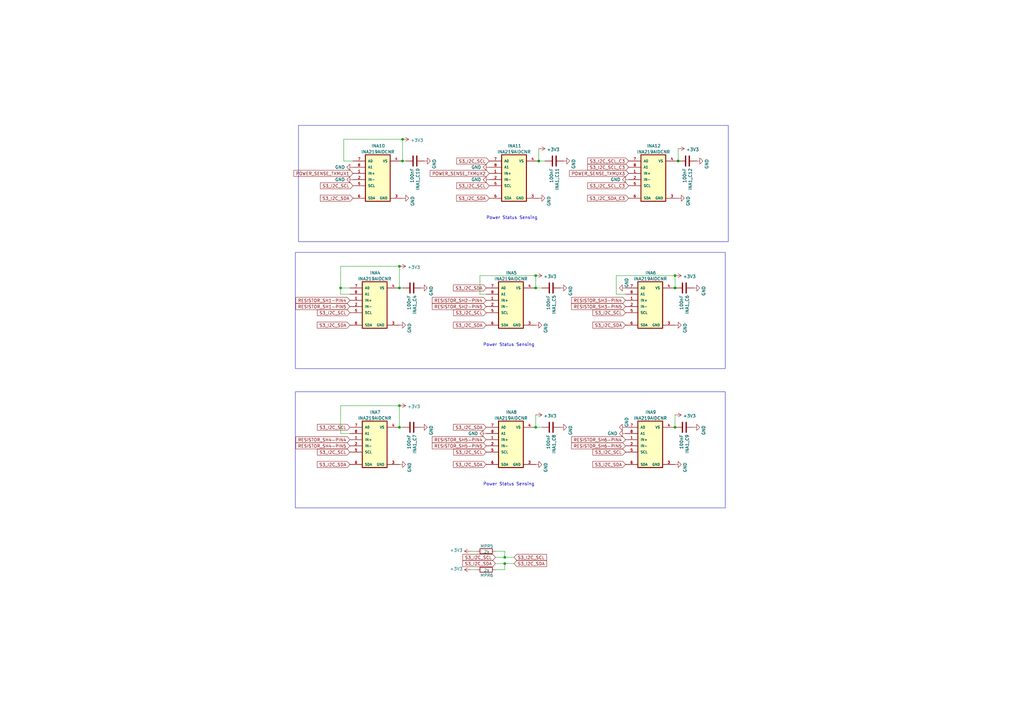
<source format=kicad_sch>
(kicad_sch
	(version 20240819)
	(generator "eeschema")
	(generator_version "8.99")
	(uuid "504c6d98-a8d8-4927-bf00-62b3061b2cfa")
	(paper "A3")
	(title_block
		(title "Rear Electronic Module REM")
		(date "2024-04-10")
		(rev "05-2024")
		(company "AEONLABS.SCIENCE")
		(comment 1 "https://github.com/aeonSolutions")
		(comment 2 "License Creative Commons Share Alike non-commercial")
		(comment 3 "a PCB for the REM on 1998-2004 Volvo P2 models")
		(comment 4 "a direct replacement of the factory's original pcb")
	)
	(lib_symbols
		(symbol "AeonLabs_Sensors:INA219AIDCNR"
			(pin_names
				(offset 1.016)
			)
			(exclude_from_sim no)
			(in_bom yes)
			(on_board yes)
			(property "Reference" "U"
				(at -12.7 16.24 0)
				(effects
					(font
						(size 1.27 1.27)
					)
					(justify left bottom)
				)
			)
			(property "Value" "INA219AIDCNR"
				(at -12.7 -19.24 0)
				(effects
					(font
						(size 1.27 1.27)
					)
					(justify left bottom)
				)
			)
			(property "Footprint" "AeonLabs_Sensors:INA219AIDCNR SOT65P280X145-8N"
				(at -1.27 20.32 0)
				(effects
					(font
						(size 1.27 1.27)
					)
					(justify bottom)
					(hide yes)
				)
			)
			(property "Datasheet" ""
				(at 7.62 0 0)
				(effects
					(font
						(size 1.27 1.27)
					)
					(hide yes)
				)
			)
			(property "Description" "26V, 12-bit, i2c output current/voltage/power monitor"
				(at -2.54 24.13 0)
				(effects
					(font
						(size 1.27 1.27)
					)
					(justify bottom)
					(hide yes)
				)
			)
			(property "MF" "Texas Instruments"
				(at 1.27 21.59 0)
				(effects
					(font
						(size 1.27 1.27)
					)
					(justify bottom)
					(hide yes)
				)
			)
			(property "Package" "SOT-23-8 Texas Instruments"
				(at 1.27 26.67 0)
				(effects
					(font
						(size 1.27 1.27)
					)
					(justify bottom)
					(hide yes)
				)
			)
			(property "Price" "None"
				(at -1.27 16.51 0)
				(effects
					(font
						(size 1.27 1.27)
					)
					(justify bottom)
					(hide yes)
				)
			)
			(property "SnapEDA_Link" "https://www.snapeda.com/parts/INA219AIDCNR/Texas+Instruments/view-part/?ref=snap"
				(at 0 24.13 0)
				(effects
					(font
						(size 1.27 1.27)
					)
					(justify bottom)
					(hide yes)
				)
			)
			(property "MP" "INA219AIDCNR"
				(at -3.81 22.86 0)
				(effects
					(font
						(size 1.27 1.27)
					)
					(justify bottom)
					(hide yes)
				)
			)
			(property "Purchase-URL" "https://www.snapeda.com/api/url_track_click_mouser/?unipart_id=271718&manufacturer=Texas Instruments&part_name=INA219AIDCNR&search_term=None"
				(at 0 22.86 0)
				(effects
					(font
						(size 1.27 1.27)
					)
					(justify bottom)
					(hide yes)
				)
			)
			(property "Availability" "In Stock"
				(at 0 24.13 0)
				(effects
					(font
						(size 1.27 1.27)
					)
					(justify bottom)
					(hide yes)
				)
			)
			(property "Check_prices" "https://www.snapeda.com/parts/INA219AIDCNR/Texas+Instruments/view-part/?ref=eda"
				(at -1.27 22.86 0)
				(effects
					(font
						(size 1.27 1.27)
					)
					(justify bottom)
					(hide yes)
				)
			)
			(symbol "INA219AIDCNR_0_0"
				(rectangle
					(start -5.08 10.16)
					(end 5.08 -8.89)
					(stroke
						(width 0.41)
						(type default)
					)
					(fill
						(type background)
					)
				)
				(pin input line
					(at -10.16 7.62 0)
					(length 5.08)
					(name "A0"
						(effects
							(font
								(size 1.016 1.016)
							)
						)
					)
					(number "7"
						(effects
							(font
								(size 1.016 1.016)
							)
						)
					)
				)
				(pin input line
					(at -10.16 5.08 0)
					(length 5.08)
					(name "A1"
						(effects
							(font
								(size 1.016 1.016)
							)
						)
					)
					(number "8"
						(effects
							(font
								(size 1.016 1.016)
							)
						)
					)
				)
				(pin input line
					(at -10.16 2.54 0)
					(length 5.08)
					(name "IN+"
						(effects
							(font
								(size 1.016 1.016)
							)
						)
					)
					(number "1"
						(effects
							(font
								(size 1.016 1.016)
							)
						)
					)
				)
				(pin input line
					(at -10.16 0 0)
					(length 5.08)
					(name "IN-"
						(effects
							(font
								(size 1.016 1.016)
							)
						)
					)
					(number "2"
						(effects
							(font
								(size 1.016 1.016)
							)
						)
					)
				)
				(pin input line
					(at -10.16 -2.54 0)
					(length 5.08)
					(name "SCL"
						(effects
							(font
								(size 1.016 1.016)
							)
						)
					)
					(number "5"
						(effects
							(font
								(size 1.016 1.016)
							)
						)
					)
				)
				(pin bidirectional line
					(at -10.16 -7.62 0)
					(length 5.08)
					(name "SDA"
						(effects
							(font
								(size 1.016 1.016)
							)
						)
					)
					(number "6"
						(effects
							(font
								(size 1.016 1.016)
							)
						)
					)
				)
				(pin power_in line
					(at 10.16 7.62 180)
					(length 5.08)
					(name "VS"
						(effects
							(font
								(size 1.016 1.016)
							)
						)
					)
					(number "4"
						(effects
							(font
								(size 1.016 1.016)
							)
						)
					)
				)
				(pin power_in line
					(at 10.16 -7.62 180)
					(length 5.08)
					(name "GND"
						(effects
							(font
								(size 1.016 1.016)
							)
						)
					)
					(number "3"
						(effects
							(font
								(size 1.016 1.016)
							)
						)
					)
				)
			)
			(embedded_fonts no)
		)
		(symbol "Device:C"
			(pin_numbers hide)
			(pin_names
				(offset 0.254)
			)
			(exclude_from_sim no)
			(in_bom yes)
			(on_board yes)
			(property "Reference" "C"
				(at 0.635 2.54 0)
				(effects
					(font
						(size 1.27 1.27)
					)
					(justify left)
				)
			)
			(property "Value" "C"
				(at 0.635 -2.54 0)
				(effects
					(font
						(size 1.27 1.27)
					)
					(justify left)
				)
			)
			(property "Footprint" ""
				(at 0.9652 -3.81 0)
				(effects
					(font
						(size 1.27 1.27)
					)
					(hide yes)
				)
			)
			(property "Datasheet" "~"
				(at 0 0 0)
				(effects
					(font
						(size 1.27 1.27)
					)
					(hide yes)
				)
			)
			(property "Description" "Unpolarized capacitor"
				(at 0 0 0)
				(effects
					(font
						(size 1.27 1.27)
					)
					(hide yes)
				)
			)
			(property "ki_keywords" "cap capacitor"
				(at 0 0 0)
				(effects
					(font
						(size 1.27 1.27)
					)
					(hide yes)
				)
			)
			(property "ki_fp_filters" "C_*"
				(at 0 0 0)
				(effects
					(font
						(size 1.27 1.27)
					)
					(hide yes)
				)
			)
			(symbol "C_0_1"
				(polyline
					(pts
						(xy -2.032 0.762) (xy 2.032 0.762)
					)
					(stroke
						(width 0.508)
						(type default)
					)
					(fill
						(type none)
					)
				)
				(polyline
					(pts
						(xy -2.032 -0.762) (xy 2.032 -0.762)
					)
					(stroke
						(width 0.508)
						(type default)
					)
					(fill
						(type none)
					)
				)
			)
			(symbol "C_1_1"
				(pin passive line
					(at 0 3.81 270)
					(length 2.794)
					(name "~"
						(effects
							(font
								(size 1.27 1.27)
							)
						)
					)
					(number "1"
						(effects
							(font
								(size 1.27 1.27)
							)
						)
					)
				)
				(pin passive line
					(at 0 -3.81 90)
					(length 2.794)
					(name "~"
						(effects
							(font
								(size 1.27 1.27)
							)
						)
					)
					(number "2"
						(effects
							(font
								(size 1.27 1.27)
							)
						)
					)
				)
			)
			(embedded_fonts no)
		)
		(symbol "Device:R"
			(pin_numbers hide)
			(pin_names
				(offset 0)
			)
			(exclude_from_sim no)
			(in_bom yes)
			(on_board yes)
			(property "Reference" "R"
				(at 2.032 0 90)
				(effects
					(font
						(size 1.27 1.27)
					)
				)
			)
			(property "Value" "R"
				(at 0 0 90)
				(effects
					(font
						(size 1.27 1.27)
					)
				)
			)
			(property "Footprint" ""
				(at -1.778 0 90)
				(effects
					(font
						(size 1.27 1.27)
					)
					(hide yes)
				)
			)
			(property "Datasheet" "~"
				(at 0 0 0)
				(effects
					(font
						(size 1.27 1.27)
					)
					(hide yes)
				)
			)
			(property "Description" "Resistor"
				(at 0 0 0)
				(effects
					(font
						(size 1.27 1.27)
					)
					(hide yes)
				)
			)
			(property "ki_keywords" "R res resistor"
				(at 0 0 0)
				(effects
					(font
						(size 1.27 1.27)
					)
					(hide yes)
				)
			)
			(property "ki_fp_filters" "R_*"
				(at 0 0 0)
				(effects
					(font
						(size 1.27 1.27)
					)
					(hide yes)
				)
			)
			(symbol "R_0_1"
				(rectangle
					(start -1.016 -2.54)
					(end 1.016 2.54)
					(stroke
						(width 0.254)
						(type default)
					)
					(fill
						(type none)
					)
				)
			)
			(symbol "R_1_1"
				(pin passive line
					(at 0 3.81 270)
					(length 1.27)
					(name "~"
						(effects
							(font
								(size 1.27 1.27)
							)
						)
					)
					(number "1"
						(effects
							(font
								(size 1.27 1.27)
							)
						)
					)
				)
				(pin passive line
					(at 0 -3.81 90)
					(length 1.27)
					(name "~"
						(effects
							(font
								(size 1.27 1.27)
							)
						)
					)
					(number "2"
						(effects
							(font
								(size 1.27 1.27)
							)
						)
					)
				)
			)
			(embedded_fonts no)
		)
		(symbol "power:+3V3"
			(power)
			(pin_names
				(offset 0)
			)
			(exclude_from_sim no)
			(in_bom yes)
			(on_board yes)
			(property "Reference" "#PWR"
				(at 0 -3.81 0)
				(effects
					(font
						(size 1.27 1.27)
					)
					(hide yes)
				)
			)
			(property "Value" "+3V3"
				(at 0 3.556 0)
				(effects
					(font
						(size 1.27 1.27)
					)
				)
			)
			(property "Footprint" ""
				(at 0 0 0)
				(effects
					(font
						(size 1.27 1.27)
					)
					(hide yes)
				)
			)
			(property "Datasheet" ""
				(at 0 0 0)
				(effects
					(font
						(size 1.27 1.27)
					)
					(hide yes)
				)
			)
			(property "Description" "Power symbol creates a global label with name \"+3V3\""
				(at 0 0 0)
				(effects
					(font
						(size 1.27 1.27)
					)
					(hide yes)
				)
			)
			(property "ki_keywords" "power-flag"
				(at 0 0 0)
				(effects
					(font
						(size 1.27 1.27)
					)
					(hide yes)
				)
			)
			(symbol "+3V3_0_1"
				(polyline
					(pts
						(xy -0.762 1.27) (xy 0 2.54)
					)
					(stroke
						(width 0)
						(type default)
					)
					(fill
						(type none)
					)
				)
				(polyline
					(pts
						(xy 0 2.54) (xy 0.762 1.27)
					)
					(stroke
						(width 0)
						(type default)
					)
					(fill
						(type none)
					)
				)
				(polyline
					(pts
						(xy 0 0) (xy 0 2.54)
					)
					(stroke
						(width 0)
						(type default)
					)
					(fill
						(type none)
					)
				)
			)
			(symbol "+3V3_1_1"
				(pin power_in line
					(at 0 0 90)
					(length 0) hide
					(name "+3V3"
						(effects
							(font
								(size 1.27 1.27)
							)
						)
					)
					(number "1"
						(effects
							(font
								(size 1.27 1.27)
							)
						)
					)
				)
			)
			(embedded_fonts no)
		)
		(symbol "power:GND"
			(power)
			(pin_names
				(offset 0)
			)
			(exclude_from_sim no)
			(in_bom yes)
			(on_board yes)
			(property "Reference" "#PWR"
				(at 0 -6.35 0)
				(effects
					(font
						(size 1.27 1.27)
					)
					(hide yes)
				)
			)
			(property "Value" "GND"
				(at 0 -3.81 0)
				(effects
					(font
						(size 1.27 1.27)
					)
				)
			)
			(property "Footprint" ""
				(at 0 0 0)
				(effects
					(font
						(size 1.27 1.27)
					)
					(hide yes)
				)
			)
			(property "Datasheet" ""
				(at 0 0 0)
				(effects
					(font
						(size 1.27 1.27)
					)
					(hide yes)
				)
			)
			(property "Description" "Power symbol creates a global label with name \"GND\" , ground"
				(at 0 0 0)
				(effects
					(font
						(size 1.27 1.27)
					)
					(hide yes)
				)
			)
			(property "ki_keywords" "power-flag"
				(at 0 0 0)
				(effects
					(font
						(size 1.27 1.27)
					)
					(hide yes)
				)
			)
			(symbol "GND_0_1"
				(polyline
					(pts
						(xy 0 0) (xy 0 -1.27) (xy 1.27 -1.27) (xy 0 -2.54) (xy -1.27 -1.27) (xy 0 -1.27)
					)
					(stroke
						(width 0)
						(type default)
					)
					(fill
						(type none)
					)
				)
			)
			(symbol "GND_1_1"
				(pin power_in line
					(at 0 0 270)
					(length 0) hide
					(name "GND"
						(effects
							(font
								(size 1.27 1.27)
							)
						)
					)
					(number "1"
						(effects
							(font
								(size 1.27 1.27)
							)
						)
					)
				)
			)
			(embedded_fonts no)
		)
	)
	(rectangle
		(start 121.1462 160.674)
		(end 297.4476 208.3244)
		(stroke
			(width 0)
			(type default)
		)
		(fill
			(type none)
		)
		(uuid 1043ab25-2c33-48d8-b869-b79fda9eb6c1)
	)
	(rectangle
		(start 121.1462 103.524)
		(end 297.4476 151.1744)
		(stroke
			(width 0)
			(type default)
		)
		(fill
			(type none)
		)
		(uuid 2e7ff005-8721-419f-abe2-e40a240bb02d)
	)
	(rectangle
		(start 122.4162 51.454)
		(end 298.7176 99.1044)
		(stroke
			(width 0)
			(type default)
		)
		(fill
			(type none)
		)
		(uuid 9009440f-ecc4-40e9-af50-a07dc49d3122)
	)
	(text "Power Status Sensing"
		(exclude_from_sim no)
		(at 199.39 90.17 0)
		(effects
			(font
				(size 1.27 1.27)
			)
			(justify left bottom)
		)
		(uuid "1b876dc8-6577-4afe-bacd-4eb5ab68d707")
	)
	(text "Power Status Sensing"
		(exclude_from_sim no)
		(at 198.12 142.24 0)
		(effects
			(font
				(size 1.27 1.27)
			)
			(justify left bottom)
		)
		(uuid "a1c6bc4f-7b5d-46bc-aaaa-df4f5501602a")
	)
	(text "Power Status Sensing"
		(exclude_from_sim no)
		(at 198.12 199.39 0)
		(effects
			(font
				(size 1.27 1.27)
			)
			(justify left bottom)
		)
		(uuid "ad0b05da-a3e8-4cbe-8cd8-22e3c75b397e")
	)
	(junction
		(at 220.98 66.04)
		(diameter 0)
		(color 0 0 0 0)
		(uuid "0e5fcb9a-d6fa-4c63-8b58-0b14e263c22d")
	)
	(junction
		(at 276.86 175.26)
		(diameter 0)
		(color 0 0 0 0)
		(uuid "131aaca8-c7d1-4374-a760-ccb38be6a2be")
	)
	(junction
		(at 165.1 57.15)
		(diameter 0)
		(color 0 0 0 0)
		(uuid "1776ec8f-4d19-4dc6-bf63-ad0b6f2f8919")
	)
	(junction
		(at 165.1 66.04)
		(diameter 0)
		(color 0 0 0 0)
		(uuid "1b192e0c-92f4-4e57-b28c-d1c50a752ead")
	)
	(junction
		(at 207.01 228.6)
		(diameter 0)
		(color 0 0 0 0)
		(uuid "51eba7b3-a35c-4d6d-b106-e42b1d4f8e4b")
	)
	(junction
		(at 163.83 166.37)
		(diameter 0)
		(color 0 0 0 0)
		(uuid "66750802-27f1-4bac-8c1e-48f8a703a4d5")
	)
	(junction
		(at 276.86 118.11)
		(diameter 0)
		(color 0 0 0 0)
		(uuid "69c84cdf-ddf5-4cc2-b3a8-87605399a5c4")
	)
	(junction
		(at 207.01 231.14)
		(diameter 0)
		(color 0 0 0 0)
		(uuid "6e95e0a9-0f58-4707-9245-690ab1ce4c48")
	)
	(junction
		(at 219.71 175.26)
		(diameter 0)
		(color 0 0 0 0)
		(uuid "8d3bed1d-055f-463d-ae19-485139654c1d")
	)
	(junction
		(at 219.71 113.03)
		(diameter 0)
		(color 0 0 0 0)
		(uuid "91c86258-b7c1-4349-8a64-95b5538b3ebc")
	)
	(junction
		(at 219.71 118.11)
		(diameter 0)
		(color 0 0 0 0)
		(uuid "9e30bc72-2c10-41fe-a16a-79558e32c871")
	)
	(junction
		(at 278.13 66.04)
		(diameter 0)
		(color 0 0 0 0)
		(uuid "a6e3fb3d-a8d4-4c58-adbd-588e50a5b97e")
	)
	(junction
		(at 139.7 118.11)
		(diameter 0)
		(color 0 0 0 0)
		(uuid "c44669c5-40ce-4ab4-a84f-3ca6fe54847a")
	)
	(junction
		(at 163.83 109.22)
		(diameter 0)
		(color 0 0 0 0)
		(uuid "c612c78d-46b1-4845-a1ac-162f9d767820")
	)
	(junction
		(at 163.83 118.11)
		(diameter 0)
		(color 0 0 0 0)
		(uuid "c8649752-24f7-49eb-9409-82f7ddaeda61")
	)
	(junction
		(at 276.86 113.03)
		(diameter 0)
		(color 0 0 0 0)
		(uuid "e771c1aa-848f-405d-a479-84e234c3a615")
	)
	(junction
		(at 163.83 175.26)
		(diameter 0)
		(color 0 0 0 0)
		(uuid "fd19768d-5267-41ab-937f-b16c919c45bf")
	)
	(wire
		(pts
			(xy 165.1 57.15) (xy 165.1 66.04)
		)
		(stroke
			(width 0)
			(type default)
		)
		(uuid "0c71a96c-552c-4280-b4c3-256f86d94e0d")
	)
	(wire
		(pts
			(xy 252.73 120.65) (xy 256.54 120.65)
		)
		(stroke
			(width 0)
			(type default)
		)
		(uuid "0da02cad-233c-41eb-aa81-1f53bd457d1b")
	)
	(wire
		(pts
			(xy 207.01 228.6) (xy 210.82 228.6)
		)
		(stroke
			(width 0)
			(type default)
		)
		(uuid "15e1108b-fb53-465b-a182-ca24f0a1bdbf")
	)
	(wire
		(pts
			(xy 203.2 226.06) (xy 207.01 226.06)
		)
		(stroke
			(width 0)
			(type default)
		)
		(uuid "19924faa-5aa9-4f47-a29c-c91cae32c876")
	)
	(wire
		(pts
			(xy 276.86 170.18) (xy 276.86 175.26)
		)
		(stroke
			(width 0)
			(type default)
		)
		(uuid "1cdcf620-d06b-409f-90fb-91c256a2f719")
	)
	(wire
		(pts
			(xy 276.86 113.03) (xy 276.86 118.11)
		)
		(stroke
			(width 0)
			(type default)
		)
		(uuid "2a24d360-6d4b-48ca-a43e-bc34d08f3a26")
	)
	(wire
		(pts
			(xy 222.25 118.11) (xy 219.71 118.11)
		)
		(stroke
			(width 0)
			(type default)
		)
		(uuid "3a284c4f-0275-4ad2-9b62-3f79cfe52b48")
	)
	(wire
		(pts
			(xy 193.04 226.06) (xy 195.58 226.06)
		)
		(stroke
			(width 0)
			(type default)
		)
		(uuid "3a4772a7-c558-48a1-8756-dc7de96f0a26")
	)
	(wire
		(pts
			(xy 196.85 113.03) (xy 196.85 120.65)
		)
		(stroke
			(width 0)
			(type default)
		)
		(uuid "4137f13e-2895-49f9-ba72-59471762019d")
	)
	(wire
		(pts
			(xy 276.86 113.03) (xy 252.73 113.03)
		)
		(stroke
			(width 0)
			(type default)
		)
		(uuid "4590844e-bfdb-421b-97cf-6a542c565b00")
	)
	(wire
		(pts
			(xy 163.83 109.22) (xy 139.7 109.22)
		)
		(stroke
			(width 0)
			(type default)
		)
		(uuid "5b206d6f-2cb2-4a76-a91e-143131bdd213")
	)
	(wire
		(pts
			(xy 207.01 231.14) (xy 210.82 231.14)
		)
		(stroke
			(width 0)
			(type default)
		)
		(uuid "69d36e09-8ac9-4877-9d71-92d4dd214be4")
	)
	(wire
		(pts
			(xy 219.71 118.11) (xy 219.71 113.03)
		)
		(stroke
			(width 0)
			(type default)
		)
		(uuid "6ce8e357-ed05-4d8f-a808-54035989b336")
	)
	(wire
		(pts
			(xy 222.25 175.26) (xy 219.71 175.26)
		)
		(stroke
			(width 0)
			(type default)
		)
		(uuid "74351384-ad4a-491c-a6ab-7988c896265f")
	)
	(wire
		(pts
			(xy 203.2 228.6) (xy 207.01 228.6)
		)
		(stroke
			(width 0)
			(type default)
		)
		(uuid "74d47b93-4c1a-472e-9cd2-79c85f7e5096")
	)
	(wire
		(pts
			(xy 166.37 66.04) (xy 165.1 66.04)
		)
		(stroke
			(width 0)
			(type default)
		)
		(uuid "76dfc23e-5c79-4025-9542-ef01b3cda908")
	)
	(wire
		(pts
			(xy 195.58 233.68) (xy 193.04 233.68)
		)
		(stroke
			(width 0)
			(type default)
		)
		(uuid "788a5a37-9b21-48a2-bdcb-250e6895d91f")
	)
	(wire
		(pts
			(xy 252.73 113.03) (xy 252.73 120.65)
		)
		(stroke
			(width 0)
			(type default)
		)
		(uuid "82c640d6-ea27-4288-a906-a11faf33b044")
	)
	(wire
		(pts
			(xy 139.7 120.65) (xy 143.51 120.65)
		)
		(stroke
			(width 0)
			(type default)
		)
		(uuid "84dc4bbb-5f43-4fea-865d-79a3fdd841f6")
	)
	(wire
		(pts
			(xy 139.7 166.37) (xy 139.7 177.8)
		)
		(stroke
			(width 0)
			(type default)
		)
		(uuid "85157249-05ca-4eaa-86d8-0b57ccef96fc")
	)
	(wire
		(pts
			(xy 140.97 66.04) (xy 144.78 66.04)
		)
		(stroke
			(width 0)
			(type default)
		)
		(uuid "869a2b1f-e1fd-4763-be86-9d8bce579d07")
	)
	(wire
		(pts
			(xy 165.1 118.11) (xy 163.83 118.11)
		)
		(stroke
			(width 0)
			(type default)
		)
		(uuid "887c3b44-152e-4df6-b94c-846be97f12c9")
	)
	(wire
		(pts
			(xy 139.7 109.22) (xy 139.7 118.11)
		)
		(stroke
			(width 0)
			(type default)
		)
		(uuid "89012de0-9970-40ed-ac7c-66d6d37dad2c")
	)
	(wire
		(pts
			(xy 139.7 118.11) (xy 139.7 120.65)
		)
		(stroke
			(width 0)
			(type default)
		)
		(uuid "8d32de5d-a8ca-45eb-9ce9-75eb314f966d")
	)
	(wire
		(pts
			(xy 140.97 57.15) (xy 140.97 66.04)
		)
		(stroke
			(width 0)
			(type default)
		)
		(uuid "8d62515f-97a4-40b2-bc56-f97f6378c531")
	)
	(wire
		(pts
			(xy 163.83 166.37) (xy 163.83 175.26)
		)
		(stroke
			(width 0)
			(type default)
		)
		(uuid "a5357b2b-42b8-4d0f-9a32-8ddf301dabbd")
	)
	(wire
		(pts
			(xy 219.71 113.03) (xy 196.85 113.03)
		)
		(stroke
			(width 0)
			(type default)
		)
		(uuid "af698c41-e1b3-4f9f-b885-1d35f042cda8")
	)
	(wire
		(pts
			(xy 203.2 231.14) (xy 207.01 231.14)
		)
		(stroke
			(width 0)
			(type default)
		)
		(uuid "ba8c5633-30c6-49cd-bcaa-ee2af506ba09")
	)
	(wire
		(pts
			(xy 163.83 166.37) (xy 139.7 166.37)
		)
		(stroke
			(width 0)
			(type default)
		)
		(uuid "bb72c4fe-5a70-4c7c-90d6-1850f414cfc4")
	)
	(wire
		(pts
			(xy 165.1 175.26) (xy 163.83 175.26)
		)
		(stroke
			(width 0)
			(type default)
		)
		(uuid "c9efc632-163e-40e0-8969-46f5e612a2de")
	)
	(wire
		(pts
			(xy 139.7 177.8) (xy 143.51 177.8)
		)
		(stroke
			(width 0)
			(type default)
		)
		(uuid "cb136792-063e-4af8-a1bf-47aaa31157ac")
	)
	(wire
		(pts
			(xy 163.83 109.22) (xy 163.83 118.11)
		)
		(stroke
			(width 0)
			(type default)
		)
		(uuid "ceb4ace3-c2b5-421b-ae20-9eb4add4b747")
	)
	(wire
		(pts
			(xy 207.01 226.06) (xy 207.01 228.6)
		)
		(stroke
			(width 0)
			(type default)
		)
		(uuid "d3ed3c78-c85e-443c-82d2-f2f6c9b036da")
	)
	(wire
		(pts
			(xy 139.7 118.11) (xy 143.51 118.11)
		)
		(stroke
			(width 0)
			(type default)
		)
		(uuid "d6860159-afd1-4d61-a9a3-2e49a0b6cb33")
	)
	(wire
		(pts
			(xy 196.85 120.65) (xy 199.39 120.65)
		)
		(stroke
			(width 0)
			(type default)
		)
		(uuid "d971b1af-6d7b-4214-9f73-0d0917fdbd83")
	)
	(wire
		(pts
			(xy 219.71 175.26) (xy 219.71 170.18)
		)
		(stroke
			(width 0)
			(type default)
		)
		(uuid "e06fc0ca-90b8-49fa-bccb-ceba84b4bae1")
	)
	(wire
		(pts
			(xy 203.2 233.68) (xy 207.01 233.68)
		)
		(stroke
			(width 0)
			(type default)
		)
		(uuid "e69d34a3-81df-455b-9b13-b293d4c177a4")
	)
	(wire
		(pts
			(xy 165.1 57.15) (xy 140.97 57.15)
		)
		(stroke
			(width 0)
			(type default)
		)
		(uuid "e74ae40d-9454-447a-b2d8-95520354e3bb")
	)
	(wire
		(pts
			(xy 278.13 60.96) (xy 278.13 66.04)
		)
		(stroke
			(width 0)
			(type default)
		)
		(uuid "eaaf91f3-596b-4c89-9fc3-f85d37be6049")
	)
	(wire
		(pts
			(xy 220.98 66.04) (xy 220.98 60.96)
		)
		(stroke
			(width 0)
			(type default)
		)
		(uuid "ec934236-1875-4d15-b538-2a6d025188b7")
	)
	(wire
		(pts
			(xy 223.52 66.04) (xy 220.98 66.04)
		)
		(stroke
			(width 0)
			(type default)
		)
		(uuid "f0b0df9d-b7fa-435c-9e9d-fcf64ef62824")
	)
	(wire
		(pts
			(xy 207.01 233.68) (xy 207.01 231.14)
		)
		(stroke
			(width 0)
			(type default)
		)
		(uuid "fc19615e-7fcc-43ea-9005-28b2fc596246")
	)
	(global_label "S3_I2C_SDA"
		(shape input)
		(at 199.39 190.5 180)
		(fields_autoplaced yes)
		(effects
			(font
				(size 1.27 1.27)
			)
			(justify right)
		)
		(uuid "02585994-c20d-46e9-8e0b-386df1352bec")
		(property "Intersheetrefs" "${INTERSHEET_REFS}"
			(at 185.3982 190.5 0)
			(effects
				(font
					(size 1.27 1.27)
				)
				(justify right)
				(hide yes)
			)
		)
	)
	(global_label "S3_I2C_SDA"
		(shape input)
		(at 200.66 81.28 180)
		(fields_autoplaced yes)
		(effects
			(font
				(size 1.27 1.27)
			)
			(justify right)
		)
		(uuid "061ce1ac-b005-4e6a-a457-1e927986e378")
		(property "Intersheetrefs" "${INTERSHEET_REFS}"
			(at 186.6682 81.28 0)
			(effects
				(font
					(size 1.27 1.27)
				)
				(justify right)
				(hide yes)
			)
		)
	)
	(global_label "RESISTOR_SH3-PIN5"
		(shape input)
		(at 256.54 125.73 180)
		(fields_autoplaced yes)
		(effects
			(font
				(size 1.27 1.27)
			)
			(justify right)
		)
		(uuid "0c61f824-bd55-42c6-9932-24a30a327050")
		(property "Intersheetrefs" "${INTERSHEET_REFS}"
			(at 233.8396 125.73 0)
			(effects
				(font
					(size 1.27 1.27)
				)
				(justify right)
				(hide yes)
			)
		)
	)
	(global_label "S3_I2C_SCL_C3"
		(shape input)
		(at 257.81 68.58 180)
		(fields_autoplaced yes)
		(effects
			(font
				(size 1.27 1.27)
			)
			(justify right)
		)
		(uuid "16680600-e26c-4c21-9ed6-08f3ec90c25f")
		(property "Intersheetrefs" "${INTERSHEET_REFS}"
			(at 240.4316 68.58 0)
			(effects
				(font
					(size 1.27 1.27)
				)
				(justify right)
				(hide yes)
			)
		)
	)
	(global_label "S3_I2C_SDA"
		(shape input)
		(at 256.54 190.5 180)
		(fields_autoplaced yes)
		(effects
			(font
				(size 1.27 1.27)
			)
			(justify right)
		)
		(uuid "17983e8e-b2a2-4ad5-b3c1-6f89ae7c7f9c")
		(property "Intersheetrefs" "${INTERSHEET_REFS}"
			(at 242.5482 190.5 0)
			(effects
				(font
					(size 1.27 1.27)
				)
				(justify right)
				(hide yes)
			)
		)
	)
	(global_label "S3_I2C_SDA"
		(shape input)
		(at 210.82 231.14 0)
		(fields_autoplaced yes)
		(effects
			(font
				(size 1.27 1.27)
			)
			(justify left)
		)
		(uuid "1a68864d-9867-4b2b-a716-76fba2ab07f0")
		(property "Intersheetrefs" "${INTERSHEET_REFS}"
			(at 224.8118 231.14 0)
			(effects
				(font
					(size 1.27 1.27)
				)
				(justify left)
				(hide yes)
			)
		)
	)
	(global_label "POWER_SENSE_TXMUX2"
		(shape input)
		(at 200.66 71.12 180)
		(fields_autoplaced yes)
		(effects
			(font
				(size 1.27 1.27)
			)
			(justify right)
		)
		(uuid "239a2ac1-9fea-4aeb-8875-33679dafa8ce")
		(property "Intersheetrefs" "${INTERSHEET_REFS}"
			(at 175.8432 71.12 0)
			(effects
				(font
					(size 1.27 1.27)
				)
				(justify right)
				(hide yes)
			)
		)
	)
	(global_label "RESISTOR_SH3-PIN4"
		(shape input)
		(at 256.54 123.19 180)
		(fields_autoplaced yes)
		(effects
			(font
				(size 1.27 1.27)
			)
			(justify right)
		)
		(uuid "24803d3a-8d02-42a0-a7af-f30c06bb0c97")
		(property "Intersheetrefs" "${INTERSHEET_REFS}"
			(at 233.8396 123.19 0)
			(effects
				(font
					(size 1.27 1.27)
				)
				(justify right)
				(hide yes)
			)
		)
	)
	(global_label "S3_I2C_SCL"
		(shape input)
		(at 256.54 128.27 180)
		(fields_autoplaced yes)
		(effects
			(font
				(size 1.27 1.27)
			)
			(justify right)
		)
		(uuid "28b881f1-ecf5-4e7d-908b-9cf2588d20cf")
		(property "Intersheetrefs" "${INTERSHEET_REFS}"
			(at 242.6087 128.27 0)
			(effects
				(font
					(size 1.27 1.27)
				)
				(justify right)
				(hide yes)
			)
		)
	)
	(global_label "S3_I2C_SCL"
		(shape input)
		(at 200.66 76.2 180)
		(fields_autoplaced yes)
		(effects
			(font
				(size 1.27 1.27)
			)
			(justify right)
		)
		(uuid "2c9edaa6-ac95-490a-977a-c88c72acff46")
		(property "Intersheetrefs" "${INTERSHEET_REFS}"
			(at 186.7287 76.2 0)
			(effects
				(font
					(size 1.27 1.27)
				)
				(justify right)
				(hide yes)
			)
		)
	)
	(global_label "S3_I2C_SCL"
		(shape input)
		(at 200.66 66.04 180)
		(fields_autoplaced yes)
		(effects
			(font
				(size 1.27 1.27)
			)
			(justify right)
		)
		(uuid "34ea9d3d-5e71-4708-a1d6-1264a6a804da")
		(property "Intersheetrefs" "${INTERSHEET_REFS}"
			(at 186.7287 66.04 0)
			(effects
				(font
					(size 1.27 1.27)
				)
				(justify right)
				(hide yes)
			)
		)
	)
	(global_label "S3_I2C_SCL"
		(shape input)
		(at 203.2 228.6 180)
		(fields_autoplaced yes)
		(effects
			(font
				(size 1.27 1.27)
			)
			(justify right)
		)
		(uuid "4687079d-3b4e-46f6-98af-cb20e82a8000")
		(property "Intersheetrefs" "${INTERSHEET_REFS}"
			(at 189.2687 228.6 0)
			(effects
				(font
					(size 1.27 1.27)
				)
				(justify right)
				(hide yes)
			)
		)
	)
	(global_label "S3_I2C_SDA"
		(shape input)
		(at 143.51 133.35 180)
		(fields_autoplaced yes)
		(effects
			(font
				(size 1.27 1.27)
			)
			(justify right)
		)
		(uuid "4698478c-a253-4139-8d8b-8319c01538b9")
		(property "Intersheetrefs" "${INTERSHEET_REFS}"
			(at 129.5182 133.35 0)
			(effects
				(font
					(size 1.27 1.27)
				)
				(justify right)
				(hide yes)
			)
		)
	)
	(global_label "S3_I2C_SDA"
		(shape input)
		(at 199.39 133.35 180)
		(fields_autoplaced yes)
		(effects
			(font
				(size 1.27 1.27)
			)
			(justify right)
		)
		(uuid "4eb10264-461c-455d-b9cf-c2bbb907e341")
		(property "Intersheetrefs" "${INTERSHEET_REFS}"
			(at 185.3982 133.35 0)
			(effects
				(font
					(size 1.27 1.27)
				)
				(justify right)
				(hide yes)
			)
		)
	)
	(global_label "S3_I2C_SCL"
		(shape input)
		(at 143.51 175.26 180)
		(fields_autoplaced yes)
		(effects
			(font
				(size 1.27 1.27)
			)
			(justify right)
		)
		(uuid "4ec4baa4-055d-4455-8583-5b58acc4b930")
		(property "Intersheetrefs" "${INTERSHEET_REFS}"
			(at 129.5787 175.26 0)
			(effects
				(font
					(size 1.27 1.27)
				)
				(justify right)
				(hide yes)
			)
		)
	)
	(global_label "RESISTOR_SH6-PIN4"
		(shape input)
		(at 256.54 180.34 180)
		(fields_autoplaced yes)
		(effects
			(font
				(size 1.27 1.27)
			)
			(justify right)
		)
		(uuid "5785d7b3-a2d8-4f5c-bf99-e62ab63d8af7")
		(property "Intersheetrefs" "${INTERSHEET_REFS}"
			(at 233.8396 180.34 0)
			(effects
				(font
					(size 1.27 1.27)
				)
				(justify right)
				(hide yes)
			)
		)
	)
	(global_label "S3_I2C_SCL"
		(shape input)
		(at 210.82 228.6 0)
		(fields_autoplaced yes)
		(effects
			(font
				(size 1.27 1.27)
			)
			(justify left)
		)
		(uuid "5e6a22e4-6d0e-48ce-b00a-e237f0f41241")
		(property "Intersheetrefs" "${INTERSHEET_REFS}"
			(at 224.7513 228.6 0)
			(effects
				(font
					(size 1.27 1.27)
				)
				(justify left)
				(hide yes)
			)
		)
	)
	(global_label "RESISTOR_SH1-PIN4"
		(shape input)
		(at 143.51 123.19 180)
		(fields_autoplaced yes)
		(effects
			(font
				(size 1.27 1.27)
			)
			(justify right)
		)
		(uuid "65590b46-ef78-4182-94e7-d3b53de35163")
		(property "Intersheetrefs" "${INTERSHEET_REFS}"
			(at 120.8096 123.19 0)
			(effects
				(font
					(size 1.27 1.27)
				)
				(justify right)
				(hide yes)
			)
		)
	)
	(global_label "S3_I2C_SDA"
		(shape input)
		(at 199.39 118.11 180)
		(fields_autoplaced yes)
		(effects
			(font
				(size 1.27 1.27)
			)
			(justify right)
		)
		(uuid "6c9b606d-b57a-4b87-a649-6bb01cde71f1")
		(property "Intersheetrefs" "${INTERSHEET_REFS}"
			(at 185.3982 118.11 0)
			(effects
				(font
					(size 1.27 1.27)
				)
				(justify right)
				(hide yes)
			)
		)
	)
	(global_label "S3_I2C_SCL"
		(shape input)
		(at 199.39 128.27 180)
		(fields_autoplaced yes)
		(effects
			(font
				(size 1.27 1.27)
			)
			(justify right)
		)
		(uuid "76dba17a-f667-49de-9b9d-f3fcd5b65dc2")
		(property "Intersheetrefs" "${INTERSHEET_REFS}"
			(at 185.4587 128.27 0)
			(effects
				(font
					(size 1.27 1.27)
				)
				(justify right)
				(hide yes)
			)
		)
	)
	(global_label "RESISTOR_SH5-PIN5"
		(shape input)
		(at 199.39 182.88 180)
		(fields_autoplaced yes)
		(effects
			(font
				(size 1.27 1.27)
			)
			(justify right)
		)
		(uuid "794e0000-f69a-4a55-bf22-6109bfe80cf7")
		(property "Intersheetrefs" "${INTERSHEET_REFS}"
			(at 176.6896 182.88 0)
			(effects
				(font
					(size 1.27 1.27)
				)
				(justify right)
				(hide yes)
			)
		)
	)
	(global_label "S3_I2C_SCL"
		(shape input)
		(at 199.39 185.42 180)
		(fields_autoplaced yes)
		(effects
			(font
				(size 1.27 1.27)
			)
			(justify right)
		)
		(uuid "7e6c6025-ed95-46a4-9d88-0e78f4772bac")
		(property "Intersheetrefs" "${INTERSHEET_REFS}"
			(at 185.4587 185.42 0)
			(effects
				(font
					(size 1.27 1.27)
				)
				(justify right)
				(hide yes)
			)
		)
	)
	(global_label "S3_I2C_SCL"
		(shape input)
		(at 144.78 76.2 180)
		(fields_autoplaced yes)
		(effects
			(font
				(size 1.27 1.27)
			)
			(justify right)
		)
		(uuid "7fdd7941-fdd7-4299-a93c-6982ab01f99b")
		(property "Intersheetrefs" "${INTERSHEET_REFS}"
			(at 130.8487 76.2 0)
			(effects
				(font
					(size 1.27 1.27)
				)
				(justify right)
				(hide yes)
			)
		)
	)
	(global_label "S3_I2C_SCL"
		(shape input)
		(at 143.51 185.42 180)
		(fields_autoplaced yes)
		(effects
			(font
				(size 1.27 1.27)
			)
			(justify right)
		)
		(uuid "81c3a607-433b-4cfd-af8a-f1c6f0ee6538")
		(property "Intersheetrefs" "${INTERSHEET_REFS}"
			(at 129.5787 185.42 0)
			(effects
				(font
					(size 1.27 1.27)
				)
				(justify right)
				(hide yes)
			)
		)
	)
	(global_label "RESISTOR_SH1-PIN5"
		(shape input)
		(at 143.51 125.73 180)
		(fields_autoplaced yes)
		(effects
			(font
				(size 1.27 1.27)
			)
			(justify right)
		)
		(uuid "81d22c45-dcf8-40aa-86b8-7f98454d872a")
		(property "Intersheetrefs" "${INTERSHEET_REFS}"
			(at 120.8096 125.73 0)
			(effects
				(font
					(size 1.27 1.27)
				)
				(justify right)
				(hide yes)
			)
		)
	)
	(global_label "POWER_SENSE_TXMUX3"
		(shape input)
		(at 257.81 71.12 180)
		(fields_autoplaced yes)
		(effects
			(font
				(size 1.27 1.27)
			)
			(justify right)
		)
		(uuid "8499b600-e118-4a4d-b8a2-163593946efe")
		(property "Intersheetrefs" "${INTERSHEET_REFS}"
			(at 232.9932 71.12 0)
			(effects
				(font
					(size 1.27 1.27)
				)
				(justify right)
				(hide yes)
			)
		)
	)
	(global_label "S3_I2C_SDA_C3"
		(shape input)
		(at 257.81 81.28 180)
		(fields_autoplaced yes)
		(effects
			(font
				(size 1.27 1.27)
			)
			(justify right)
		)
		(uuid "894bf46b-c76c-429a-8e9b-4e9b0f15de44")
		(property "Intersheetrefs" "${INTERSHEET_REFS}"
			(at 240.3711 81.28 0)
			(effects
				(font
					(size 1.27 1.27)
				)
				(justify right)
				(hide yes)
			)
		)
	)
	(global_label "S3_I2C_SDA"
		(shape input)
		(at 144.78 81.28 180)
		(fields_autoplaced yes)
		(effects
			(font
				(size 1.27 1.27)
			)
			(justify right)
		)
		(uuid "8e943c5a-6756-4f20-a17f-6416cf02b43c")
		(property "Intersheetrefs" "${INTERSHEET_REFS}"
			(at 130.7882 81.28 0)
			(effects
				(font
					(size 1.27 1.27)
				)
				(justify right)
				(hide yes)
			)
		)
	)
	(global_label "POWER_SENSE_TXMUX1"
		(shape input)
		(at 144.78 71.12 180)
		(fields_autoplaced yes)
		(effects
			(font
				(size 1.27 1.27)
			)
			(justify right)
		)
		(uuid "90c912ee-da48-4249-b87a-8f936836f799")
		(property "Intersheetrefs" "${INTERSHEET_REFS}"
			(at 119.9632 71.12 0)
			(effects
				(font
					(size 1.27 1.27)
				)
				(justify right)
				(hide yes)
			)
		)
	)
	(global_label "S3_I2C_SCL"
		(shape input)
		(at 256.54 185.42 180)
		(fields_autoplaced yes)
		(effects
			(font
				(size 1.27 1.27)
			)
			(justify right)
		)
		(uuid "94587c32-d7be-4590-81d2-c745aa9fabef")
		(property "Intersheetrefs" "${INTERSHEET_REFS}"
			(at 242.6087 185.42 0)
			(effects
				(font
					(size 1.27 1.27)
				)
				(justify right)
				(hide yes)
			)
		)
	)
	(global_label "S3_I2C_SDA"
		(shape input)
		(at 143.51 190.5 180)
		(fields_autoplaced yes)
		(effects
			(font
				(size 1.27 1.27)
			)
			(justify right)
		)
		(uuid "9c62e714-e056-4392-9068-43fad3e4840d")
		(property "Intersheetrefs" "${INTERSHEET_REFS}"
			(at 129.5182 190.5 0)
			(effects
				(font
					(size 1.27 1.27)
				)
				(justify right)
				(hide yes)
			)
		)
	)
	(global_label "S3_I2C_SDA"
		(shape input)
		(at 199.39 175.26 180)
		(fields_autoplaced yes)
		(effects
			(font
				(size 1.27 1.27)
			)
			(justify right)
		)
		(uuid "a8a7f632-935c-462d-898f-7c941f79b196")
		(property "Intersheetrefs" "${INTERSHEET_REFS}"
			(at 185.3982 175.26 0)
			(effects
				(font
					(size 1.27 1.27)
				)
				(justify right)
				(hide yes)
			)
		)
	)
	(global_label "RESISTOR_SH5-PIN4"
		(shape input)
		(at 199.39 180.34 180)
		(fields_autoplaced yes)
		(effects
			(font
				(size 1.27 1.27)
			)
			(justify right)
		)
		(uuid "ad3f66c2-d497-48e2-9488-4c5d250c6f4b")
		(property "Intersheetrefs" "${INTERSHEET_REFS}"
			(at 176.6896 180.34 0)
			(effects
				(font
					(size 1.27 1.27)
				)
				(justify right)
				(hide yes)
			)
		)
	)
	(global_label "S3_I2C_SDA"
		(shape input)
		(at 256.54 133.35 180)
		(fields_autoplaced yes)
		(effects
			(font
				(size 1.27 1.27)
			)
			(justify right)
		)
		(uuid "ba01a122-ff95-400c-b690-ecaa14749a75")
		(property "Intersheetrefs" "${INTERSHEET_REFS}"
			(at 242.5482 133.35 0)
			(effects
				(font
					(size 1.27 1.27)
				)
				(justify right)
				(hide yes)
			)
		)
	)
	(global_label "RESISTOR_SH2-PIN5"
		(shape input)
		(at 199.39 125.73 180)
		(fields_autoplaced yes)
		(effects
			(font
				(size 1.27 1.27)
			)
			(justify right)
		)
		(uuid "bcfbbbaa-b902-4868-8985-2c7fdc0d0fbf")
		(property "Intersheetrefs" "${INTERSHEET_REFS}"
			(at 176.6896 125.73 0)
			(effects
				(font
					(size 1.27 1.27)
				)
				(justify right)
				(hide yes)
			)
		)
	)
	(global_label "S3_I2C_SDA"
		(shape input)
		(at 203.2 231.14 180)
		(fields_autoplaced yes)
		(effects
			(font
				(size 1.27 1.27)
			)
			(justify right)
		)
		(uuid "c27d5ba2-09cc-4dbc-8d17-927518c4a379")
		(property "Intersheetrefs" "${INTERSHEET_REFS}"
			(at 189.2082 231.14 0)
			(effects
				(font
					(size 1.27 1.27)
				)
				(justify right)
				(hide yes)
			)
		)
	)
	(global_label "RESISTOR_SH6-PIN5"
		(shape input)
		(at 256.54 182.88 180)
		(fields_autoplaced yes)
		(effects
			(font
				(size 1.27 1.27)
			)
			(justify right)
		)
		(uuid "d2d5978a-a374-40ac-9153-62789b3657fb")
		(property "Intersheetrefs" "${INTERSHEET_REFS}"
			(at 233.8396 182.88 0)
			(effects
				(font
					(size 1.27 1.27)
				)
				(justify right)
				(hide yes)
			)
		)
	)
	(global_label "RESISTOR_SH4-PIN4"
		(shape input)
		(at 143.51 180.34 180)
		(fields_autoplaced yes)
		(effects
			(font
				(size 1.27 1.27)
			)
			(justify right)
		)
		(uuid "d408117a-4bb1-47e2-b63a-4d51304f6660")
		(property "Intersheetrefs" "${INTERSHEET_REFS}"
			(at 120.8096 180.34 0)
			(effects
				(font
					(size 1.27 1.27)
				)
				(justify right)
				(hide yes)
			)
		)
	)
	(global_label "S3_I2C_SCL"
		(shape input)
		(at 143.51 128.27 180)
		(fields_autoplaced yes)
		(effects
			(font
				(size 1.27 1.27)
			)
			(justify right)
		)
		(uuid "d5419a32-e33e-44aa-9489-141394a1d103")
		(property "Intersheetrefs" "${INTERSHEET_REFS}"
			(at 129.5787 128.27 0)
			(effects
				(font
					(size 1.27 1.27)
				)
				(justify right)
				(hide yes)
			)
		)
	)
	(global_label "S3_I2C_SCL_C3"
		(shape input)
		(at 257.81 66.04 180)
		(fields_autoplaced yes)
		(effects
			(font
				(size 1.27 1.27)
			)
			(justify right)
		)
		(uuid "da59b9f6-1d17-419e-b2dd-b52db6e8e8cb")
		(property "Intersheetrefs" "${INTERSHEET_REFS}"
			(at 240.4316 66.04 0)
			(effects
				(font
					(size 1.27 1.27)
				)
				(justify right)
				(hide yes)
			)
		)
	)
	(global_label "RESISTOR_SH2-PIN4"
		(shape input)
		(at 199.39 123.19 180)
		(fields_autoplaced yes)
		(effects
			(font
				(size 1.27 1.27)
			)
			(justify right)
		)
		(uuid "ee9f5d1d-a6e5-4387-adee-97365892bb60")
		(property "Intersheetrefs" "${INTERSHEET_REFS}"
			(at 176.6896 123.19 0)
			(effects
				(font
					(size 1.27 1.27)
				)
				(justify right)
				(hide yes)
			)
		)
	)
	(global_label "S3_I2C_SCL_C3"
		(shape input)
		(at 257.81 76.2 180)
		(fields_autoplaced yes)
		(effects
			(font
				(size 1.27 1.27)
			)
			(justify right)
		)
		(uuid "f80a283b-0803-4e3e-94fe-68f17b1c587b")
		(property "Intersheetrefs" "${INTERSHEET_REFS}"
			(at 240.4316 76.2 0)
			(effects
				(font
					(size 1.27 1.27)
				)
				(justify right)
				(hide yes)
			)
		)
	)
	(global_label "RESISTOR_SH4-PIN5"
		(shape input)
		(at 143.51 182.88 180)
		(fields_autoplaced yes)
		(effects
			(font
				(size 1.27 1.27)
			)
			(justify right)
		)
		(uuid "f8b4edc5-7633-4b13-914f-40e7eaad5913")
		(property "Intersheetrefs" "${INTERSHEET_REFS}"
			(at 120.8096 182.88 0)
			(effects
				(font
					(size 1.27 1.27)
				)
				(justify right)
				(hide yes)
			)
		)
	)
	(symbol
		(lib_id "power:GND")
		(at 200.66 73.66 270)
		(mirror x)
		(unit 1)
		(exclude_from_sim no)
		(in_bom yes)
		(on_board yes)
		(dnp no)
		(uuid "027cfaef-f5e6-4670-8863-d9ce65153873")
		(property "Reference" "#PWR0266"
			(at 194.31 73.66 0)
			(effects
				(font
					(size 1.27 1.27)
				)
				(hide yes)
			)
		)
		(property "Value" "GND"
			(at 195.326 73.66 90)
			(effects
				(font
					(size 1.27 1.27)
				)
			)
		)
		(property "Footprint" ""
			(at 200.66 73.66 0)
			(effects
				(font
					(size 1.27 1.27)
				)
				(hide yes)
			)
		)
		(property "Datasheet" ""
			(at 200.66 73.66 0)
			(effects
				(font
					(size 1.27 1.27)
				)
				(hide yes)
			)
		)
		(property "Description" ""
			(at 200.66 73.66 0)
			(effects
				(font
					(size 1.27 1.27)
				)
				(hide yes)
			)
		)
		(pin "1"
			(uuid "dff3083a-b37b-4ecf-94cc-e48e8106cb17")
		)
		(instances
			(project "REM"
				(path "/7afa8b92-3889-4c4b-999c-19cf054f5f94/77dcfb78-7a08-4209-a7d0-d572a4e1daee"
					(reference "#PWR0266")
					(unit 1)
				)
			)
		)
	)
	(symbol
		(lib_id "power:GND")
		(at 231.14 66.04 90)
		(unit 1)
		(exclude_from_sim no)
		(in_bom yes)
		(on_board yes)
		(dnp no)
		(uuid "03accf8d-87a9-4b07-86fc-028e9c8957e8")
		(property "Reference" "#PWR0269"
			(at 237.49 66.04 0)
			(effects
				(font
					(size 1.27 1.27)
				)
				(hide yes)
			)
		)
		(property "Value" "GND"
			(at 235.2548 67.2592 0)
			(effects
				(font
					(size 1.27 1.27)
				)
			)
		)
		(property "Footprint" ""
			(at 231.14 66.04 0)
			(effects
				(font
					(size 1.27 1.27)
				)
				(hide yes)
			)
		)
		(property "Datasheet" ""
			(at 231.14 66.04 0)
			(effects
				(font
					(size 1.27 1.27)
				)
				(hide yes)
			)
		)
		(property "Description" ""
			(at 231.14 66.04 0)
			(effects
				(font
					(size 1.27 1.27)
				)
				(hide yes)
			)
		)
		(pin "1"
			(uuid "945c987e-5e99-4591-8d2c-c7837f3c196e")
		)
		(instances
			(project "REM"
				(path "/7afa8b92-3889-4c4b-999c-19cf054f5f94/77dcfb78-7a08-4209-a7d0-d572a4e1daee"
					(reference "#PWR0269")
					(unit 1)
				)
			)
		)
	)
	(symbol
		(lib_id "Device:C")
		(at 280.67 175.26 270)
		(unit 1)
		(exclude_from_sim no)
		(in_bom yes)
		(on_board yes)
		(dnp no)
		(uuid "0ae9cf2b-42a8-4d6d-8731-d47900211d19")
		(property "Reference" "INA1_C9"
			(at 281.8384 178.181 0)
			(effects
				(font
					(size 1.27 1.27)
				)
				(justify left)
			)
		)
		(property "Value" "100nF"
			(at 279.527 178.181 0)
			(effects
				(font
					(size 1.27 1.27)
				)
				(justify left)
			)
		)
		(property "Footprint" "Capacitor_SMD:C_0402_1005Metric"
			(at 276.86 176.2252 0)
			(effects
				(font
					(size 1.27 1.27)
				)
				(hide yes)
			)
		)
		(property "Datasheet" "~"
			(at 280.67 175.26 0)
			(effects
				(font
					(size 1.27 1.27)
				)
				(hide yes)
			)
		)
		(property "Description" ""
			(at 280.67 175.26 0)
			(effects
				(font
					(size 1.27 1.27)
				)
				(hide yes)
			)
		)
		(pin "1"
			(uuid "7b97bc9b-bd02-437d-b232-e35ab0ab4b02")
		)
		(pin "2"
			(uuid "602af1ab-5e51-4d1b-8211-b639d376207d")
		)
		(instances
			(project "REM"
				(path "/7afa8b92-3889-4c4b-999c-19cf054f5f94/77dcfb78-7a08-4209-a7d0-d572a4e1daee"
					(reference "INA1_C9")
					(unit 1)
				)
			)
		)
	)
	(symbol
		(lib_id "Device:C")
		(at 170.18 66.04 270)
		(unit 1)
		(exclude_from_sim no)
		(in_bom yes)
		(on_board yes)
		(dnp no)
		(uuid "0c4b797a-f941-4d55-920d-56594fddba1a")
		(property "Reference" "INA1_C10"
			(at 171.3484 68.961 0)
			(effects
				(font
					(size 1.27 1.27)
				)
				(justify left)
			)
		)
		(property "Value" "100nF"
			(at 169.037 68.961 0)
			(effects
				(font
					(size 1.27 1.27)
				)
				(justify left)
			)
		)
		(property "Footprint" "Capacitor_SMD:C_0402_1005Metric"
			(at 166.37 67.0052 0)
			(effects
				(font
					(size 1.27 1.27)
				)
				(hide yes)
			)
		)
		(property "Datasheet" "~"
			(at 170.18 66.04 0)
			(effects
				(font
					(size 1.27 1.27)
				)
				(hide yes)
			)
		)
		(property "Description" ""
			(at 170.18 66.04 0)
			(effects
				(font
					(size 1.27 1.27)
				)
				(hide yes)
			)
		)
		(pin "1"
			(uuid "d77b43c4-dd2d-452e-a8f8-879401b1becf")
		)
		(pin "2"
			(uuid "4324cc11-2d1a-4e71-a7e9-a2474f51f46d")
		)
		(instances
			(project "REM"
				(path "/7afa8b92-3889-4c4b-999c-19cf054f5f94/77dcfb78-7a08-4209-a7d0-d572a4e1daee"
					(reference "INA1_C10")
					(unit 1)
				)
			)
		)
	)
	(symbol
		(lib_id "AeonLabs_Sensors:INA219AIDCNR")
		(at 153.67 182.88 0)
		(unit 1)
		(exclude_from_sim no)
		(in_bom yes)
		(on_board yes)
		(dnp no)
		(uuid "132d49a8-63a8-4cb6-a3d2-6ca4ffbf51bc")
		(property "Reference" "INA7"
			(at 153.8732 169.0624 0)
			(effects
				(font
					(size 1.27 1.27)
				)
			)
		)
		(property "Value" "INA219AIDCNR"
			(at 153.6954 171.5008 0)
			(effects
				(font
					(size 1.27 1.27)
				)
			)
		)
		(property "Footprint" "AeonLabs_Sensors:INA219AIDCNR SOT65P280X145-8N"
			(at 152.4 162.56 0)
			(effects
				(font
					(size 1.27 1.27)
				)
				(justify bottom)
				(hide yes)
			)
		)
		(property "Datasheet" ""
			(at 161.29 182.88 0)
			(effects
				(font
					(size 1.27 1.27)
				)
				(hide yes)
			)
		)
		(property "Description" "\n26V, 12-bit, i2c output current/voltage/power monitor\n"
			(at 151.13 158.75 0)
			(effects
				(font
					(size 1.27 1.27)
				)
				(justify bottom)
				(hide yes)
			)
		)
		(property "MF" "Texas Instruments"
			(at 154.94 161.29 0)
			(effects
				(font
					(size 1.27 1.27)
				)
				(justify bottom)
				(hide yes)
			)
		)
		(property "Package" "SOT-23-8 Texas Instruments"
			(at 154.94 156.21 0)
			(effects
				(font
					(size 1.27 1.27)
				)
				(justify bottom)
				(hide yes)
			)
		)
		(property "Price" "None"
			(at 152.4 166.37 0)
			(effects
				(font
					(size 1.27 1.27)
				)
				(justify bottom)
				(hide yes)
			)
		)
		(property "SnapEDA_Link" "https://www.snapeda.com/parts/INA219AIDCNR/Texas+Instruments/view-part/?ref=snap"
			(at 153.67 158.75 0)
			(effects
				(font
					(size 1.27 1.27)
				)
				(justify bottom)
				(hide yes)
			)
		)
		(property "MP" "INA219AIDCNR"
			(at 149.86 160.02 0)
			(effects
				(font
					(size 1.27 1.27)
				)
				(justify bottom)
				(hide yes)
			)
		)
		(property "Purchase-URL" "https://www.snapeda.com/api/url_track_click_mouser/?unipart_id=271718&manufacturer=Texas Instruments&part_name=INA219AIDCNR&search_term=None"
			(at 153.67 160.02 0)
			(effects
				(font
					(size 1.27 1.27)
				)
				(justify bottom)
				(hide yes)
			)
		)
		(property "Availability" "In Stock"
			(at 153.67 158.75 0)
			(effects
				(font
					(size 1.27 1.27)
				)
				(justify bottom)
				(hide yes)
			)
		)
		(property "Check_prices" "https://www.snapeda.com/parts/INA219AIDCNR/Texas+Instruments/view-part/?ref=eda"
			(at 152.4 160.02 0)
			(effects
				(font
					(size 1.27 1.27)
				)
				(justify bottom)
				(hide yes)
			)
		)
		(pin "1"
			(uuid "6fa8f439-255b-4a7c-933b-f1e42fe33818")
		)
		(pin "2"
			(uuid "2433c25f-3a51-4a72-870e-fd36e071b094")
		)
		(pin "3"
			(uuid "6b72d2e7-a9a8-49cc-93e0-b5c6ee19c872")
		)
		(pin "4"
			(uuid "fccf2b9f-c799-43f8-8946-2e210eb00aca")
		)
		(pin "5"
			(uuid "c1f13a79-0b3e-4e31-b9e9-48cb7ea92c76")
		)
		(pin "6"
			(uuid "4ca02a62-00ab-4129-adb4-bccd413f0e6f")
		)
		(pin "7"
			(uuid "a25b44fd-8566-47dc-a35b-cc37643ac05b")
		)
		(pin "8"
			(uuid "fb73c281-8c8e-41fc-a1ad-e0e1f253a328")
		)
		(instances
			(project "REM"
				(path "/7afa8b92-3889-4c4b-999c-19cf054f5f94/77dcfb78-7a08-4209-a7d0-d572a4e1daee"
					(reference "INA7")
					(unit 1)
				)
			)
		)
	)
	(symbol
		(lib_id "power:GND")
		(at 219.71 133.35 90)
		(unit 1)
		(exclude_from_sim no)
		(in_bom yes)
		(on_board yes)
		(dnp no)
		(uuid "19f7963d-a96d-4001-abdc-5b2d70582560")
		(property "Reference" "#PWR0235"
			(at 226.06 133.35 0)
			(effects
				(font
					(size 1.27 1.27)
				)
				(hide yes)
			)
		)
		(property "Value" "GND"
			(at 223.8248 134.5692 0)
			(effects
				(font
					(size 1.27 1.27)
				)
			)
		)
		(property "Footprint" ""
			(at 219.71 133.35 0)
			(effects
				(font
					(size 1.27 1.27)
				)
				(hide yes)
			)
		)
		(property "Datasheet" ""
			(at 219.71 133.35 0)
			(effects
				(font
					(size 1.27 1.27)
				)
				(hide yes)
			)
		)
		(property "Description" ""
			(at 219.71 133.35 0)
			(effects
				(font
					(size 1.27 1.27)
				)
				(hide yes)
			)
		)
		(pin "1"
			(uuid "261f034c-ba80-477c-93af-a6004b05eaa3")
		)
		(instances
			(project "REM"
				(path "/7afa8b92-3889-4c4b-999c-19cf054f5f94/77dcfb78-7a08-4209-a7d0-d572a4e1daee"
					(reference "#PWR0235")
					(unit 1)
				)
			)
		)
	)
	(symbol
		(lib_id "power:GND")
		(at 276.86 190.5 90)
		(unit 1)
		(exclude_from_sim no)
		(in_bom yes)
		(on_board yes)
		(dnp no)
		(uuid "202cda53-726b-43eb-b26c-a2d6e410a339")
		(property "Reference" "#PWR0255"
			(at 283.21 190.5 0)
			(effects
				(font
					(size 1.27 1.27)
				)
				(hide yes)
			)
		)
		(property "Value" "GND"
			(at 280.9748 191.7192 0)
			(effects
				(font
					(size 1.27 1.27)
				)
			)
		)
		(property "Footprint" ""
			(at 276.86 190.5 0)
			(effects
				(font
					(size 1.27 1.27)
				)
				(hide yes)
			)
		)
		(property "Datasheet" ""
			(at 276.86 190.5 0)
			(effects
				(font
					(size 1.27 1.27)
				)
				(hide yes)
			)
		)
		(property "Description" ""
			(at 276.86 190.5 0)
			(effects
				(font
					(size 1.27 1.27)
				)
				(hide yes)
			)
		)
		(pin "1"
			(uuid "732cd2ab-3807-41ec-a417-5b52be5b70a2")
		)
		(instances
			(project "REM"
				(path "/7afa8b92-3889-4c4b-999c-19cf054f5f94/77dcfb78-7a08-4209-a7d0-d572a4e1daee"
					(reference "#PWR0255")
					(unit 1)
				)
			)
		)
	)
	(symbol
		(lib_id "power:GND")
		(at 256.54 177.8 270)
		(mirror x)
		(unit 1)
		(exclude_from_sim no)
		(in_bom yes)
		(on_board yes)
		(dnp no)
		(uuid "2117ee31-f047-4551-a999-e0d56c5ca6c8")
		(property "Reference" "#PWR077"
			(at 250.19 177.8 0)
			(effects
				(font
					(size 1.27 1.27)
				)
				(hide yes)
			)
		)
		(property "Value" "GND"
			(at 251.206 177.8 90)
			(effects
				(font
					(size 1.27 1.27)
				)
			)
		)
		(property "Footprint" ""
			(at 256.54 177.8 0)
			(effects
				(font
					(size 1.27 1.27)
				)
				(hide yes)
			)
		)
		(property "Datasheet" ""
			(at 256.54 177.8 0)
			(effects
				(font
					(size 1.27 1.27)
				)
				(hide yes)
			)
		)
		(property "Description" ""
			(at 256.54 177.8 0)
			(effects
				(font
					(size 1.27 1.27)
				)
				(hide yes)
			)
		)
		(pin "1"
			(uuid "2de15556-0d28-44c5-a90b-60efae232819")
		)
		(instances
			(project "REM"
				(path "/7afa8b92-3889-4c4b-999c-19cf054f5f94/77dcfb78-7a08-4209-a7d0-d572a4e1daee"
					(reference "#PWR077")
					(unit 1)
				)
			)
		)
	)
	(symbol
		(lib_id "power:+3V3")
		(at 278.13 60.96 270)
		(unit 1)
		(exclude_from_sim no)
		(in_bom yes)
		(on_board yes)
		(dnp no)
		(uuid "229cd149-03b2-4933-89e9-a78ff6477fb9")
		(property "Reference" "#PWR0278"
			(at 274.32 60.96 0)
			(effects
				(font
					(size 1.27 1.27)
				)
				(hide yes)
			)
		)
		(property "Value" "+3V3"
			(at 281.3812 61.341 90)
			(effects
				(font
					(size 1.27 1.27)
				)
				(justify left)
			)
		)
		(property "Footprint" ""
			(at 278.13 60.96 0)
			(effects
				(font
					(size 1.27 1.27)
				)
				(hide yes)
			)
		)
		(property "Datasheet" ""
			(at 278.13 60.96 0)
			(effects
				(font
					(size 1.27 1.27)
				)
				(hide yes)
			)
		)
		(property "Description" ""
			(at 278.13 60.96 0)
			(effects
				(font
					(size 1.27 1.27)
				)
				(hide yes)
			)
		)
		(pin "1"
			(uuid "1edd54e4-b90f-4b69-aa21-54aa45be22f0")
		)
		(instances
			(project "REM"
				(path "/7afa8b92-3889-4c4b-999c-19cf054f5f94/77dcfb78-7a08-4209-a7d0-d572a4e1daee"
					(reference "#PWR0278")
					(unit 1)
				)
			)
		)
	)
	(symbol
		(lib_id "power:GND")
		(at 220.98 81.28 90)
		(unit 1)
		(exclude_from_sim no)
		(in_bom yes)
		(on_board yes)
		(dnp no)
		(uuid "24150a77-2012-4ac3-b061-992ed59ee016")
		(property "Reference" "#PWR0268"
			(at 227.33 81.28 0)
			(effects
				(font
					(size 1.27 1.27)
				)
				(hide yes)
			)
		)
		(property "Value" "GND"
			(at 225.0948 82.4992 0)
			(effects
				(font
					(size 1.27 1.27)
				)
			)
		)
		(property "Footprint" ""
			(at 220.98 81.28 0)
			(effects
				(font
					(size 1.27 1.27)
				)
				(hide yes)
			)
		)
		(property "Datasheet" ""
			(at 220.98 81.28 0)
			(effects
				(font
					(size 1.27 1.27)
				)
				(hide yes)
			)
		)
		(property "Description" ""
			(at 220.98 81.28 0)
			(effects
				(font
					(size 1.27 1.27)
				)
				(hide yes)
			)
		)
		(pin "1"
			(uuid "36403b42-81b9-4de8-8ae0-f8aba08d5f64")
		)
		(instances
			(project "REM"
				(path "/7afa8b92-3889-4c4b-999c-19cf054f5f94/77dcfb78-7a08-4209-a7d0-d572a4e1daee"
					(reference "#PWR0268")
					(unit 1)
				)
			)
		)
	)
	(symbol
		(lib_id "power:GND")
		(at 165.1 81.28 90)
		(unit 1)
		(exclude_from_sim no)
		(in_bom yes)
		(on_board yes)
		(dnp no)
		(uuid "2a209f7b-9541-4a86-a497-1d61fdc63d02")
		(property "Reference" "#PWR0263"
			(at 171.45 81.28 0)
			(effects
				(font
					(size 1.27 1.27)
				)
				(hide yes)
			)
		)
		(property "Value" "GND"
			(at 169.2148 82.4992 0)
			(effects
				(font
					(size 1.27 1.27)
				)
			)
		)
		(property "Footprint" ""
			(at 165.1 81.28 0)
			(effects
				(font
					(size 1.27 1.27)
				)
				(hide yes)
			)
		)
		(property "Datasheet" ""
			(at 165.1 81.28 0)
			(effects
				(font
					(size 1.27 1.27)
				)
				(hide yes)
			)
		)
		(property "Description" ""
			(at 165.1 81.28 0)
			(effects
				(font
					(size 1.27 1.27)
				)
				(hide yes)
			)
		)
		(pin "1"
			(uuid "f7eb8ae2-c616-43d9-ac0a-b707d11f7493")
		)
		(instances
			(project "REM"
				(path "/7afa8b92-3889-4c4b-999c-19cf054f5f94/77dcfb78-7a08-4209-a7d0-d572a4e1daee"
					(reference "#PWR0263")
					(unit 1)
				)
			)
		)
	)
	(symbol
		(lib_id "AeonLabs_Sensors:INA219AIDCNR")
		(at 154.94 73.66 0)
		(unit 1)
		(exclude_from_sim no)
		(in_bom yes)
		(on_board yes)
		(dnp no)
		(uuid "2ed9343e-e5bb-4810-a04c-a6209af3796c")
		(property "Reference" "INA10"
			(at 155.1432 59.8424 0)
			(effects
				(font
					(size 1.27 1.27)
				)
			)
		)
		(property "Value" "INA219AIDCNR"
			(at 154.9654 62.2808 0)
			(effects
				(font
					(size 1.27 1.27)
				)
			)
		)
		(property "Footprint" "AeonLabs_Sensors:INA219AIDCNR SOT65P280X145-8N"
			(at 153.67 53.34 0)
			(effects
				(font
					(size 1.27 1.27)
				)
				(justify bottom)
				(hide yes)
			)
		)
		(property "Datasheet" ""
			(at 162.56 73.66 0)
			(effects
				(font
					(size 1.27 1.27)
				)
				(hide yes)
			)
		)
		(property "Description" "\n26V, 12-bit, i2c output current/voltage/power monitor\n"
			(at 152.4 49.53 0)
			(effects
				(font
					(size 1.27 1.27)
				)
				(justify bottom)
				(hide yes)
			)
		)
		(property "MF" "Texas Instruments"
			(at 156.21 52.07 0)
			(effects
				(font
					(size 1.27 1.27)
				)
				(justify bottom)
				(hide yes)
			)
		)
		(property "Package" "SOT-23-8 Texas Instruments"
			(at 156.21 46.99 0)
			(effects
				(font
					(size 1.27 1.27)
				)
				(justify bottom)
				(hide yes)
			)
		)
		(property "Price" "None"
			(at 153.67 57.15 0)
			(effects
				(font
					(size 1.27 1.27)
				)
				(justify bottom)
				(hide yes)
			)
		)
		(property "SnapEDA_Link" "https://www.snapeda.com/parts/INA219AIDCNR/Texas+Instruments/view-part/?ref=snap"
			(at 154.94 49.53 0)
			(effects
				(font
					(size 1.27 1.27)
				)
				(justify bottom)
				(hide yes)
			)
		)
		(property "MP" "INA219AIDCNR"
			(at 151.13 50.8 0)
			(effects
				(font
					(size 1.27 1.27)
				)
				(justify bottom)
				(hide yes)
			)
		)
		(property "Purchase-URL" "https://www.snapeda.com/api/url_track_click_mouser/?unipart_id=271718&manufacturer=Texas Instruments&part_name=INA219AIDCNR&search_term=None"
			(at 154.94 50.8 0)
			(effects
				(font
					(size 1.27 1.27)
				)
				(justify bottom)
				(hide yes)
			)
		)
		(property "Availability" "In Stock"
			(at 154.94 49.53 0)
			(effects
				(font
					(size 1.27 1.27)
				)
				(justify bottom)
				(hide yes)
			)
		)
		(property "Check_prices" "https://www.snapeda.com/parts/INA219AIDCNR/Texas+Instruments/view-part/?ref=eda"
			(at 153.67 50.8 0)
			(effects
				(font
					(size 1.27 1.27)
				)
				(justify bottom)
				(hide yes)
			)
		)
		(pin "1"
			(uuid "0d722859-e2d0-45e1-85c3-0a0972b42323")
		)
		(pin "2"
			(uuid "4615fb5c-eef7-4bbd-af91-4a929456530b")
		)
		(pin "3"
			(uuid "8ed7fd32-4e03-43df-9466-5c47f9e51932")
		)
		(pin "4"
			(uuid "d6eaf4fa-035f-482a-bc0b-49d86d851d8c")
		)
		(pin "5"
			(uuid "02af0083-e2a7-4470-a118-540436bd599a")
		)
		(pin "6"
			(uuid "1edc4130-62ee-438d-b262-83a89c7b870d")
		)
		(pin "7"
			(uuid "9e63825e-fcbb-4b7b-a4b1-4c0f1f0bba91")
		)
		(pin "8"
			(uuid "051f62ad-2e4b-467a-b6dc-8f46de4bc446")
		)
		(instances
			(project "REM"
				(path "/7afa8b92-3889-4c4b-999c-19cf054f5f94/77dcfb78-7a08-4209-a7d0-d572a4e1daee"
					(reference "INA10")
					(unit 1)
				)
			)
		)
	)
	(symbol
		(lib_id "power:+3V3")
		(at 163.83 166.37 270)
		(unit 1)
		(exclude_from_sim no)
		(in_bom yes)
		(on_board yes)
		(dnp no)
		(uuid "332f32b5-c854-4af8-bdb9-eff14c6a77e2")
		(property "Reference" "#PWR0245"
			(at 160.02 166.37 0)
			(effects
				(font
					(size 1.27 1.27)
				)
				(hide yes)
			)
		)
		(property "Value" "+3V3"
			(at 167.0812 166.751 90)
			(effects
				(font
					(size 1.27 1.27)
				)
				(justify left)
			)
		)
		(property "Footprint" ""
			(at 163.83 166.37 0)
			(effects
				(font
					(size 1.27 1.27)
				)
				(hide yes)
			)
		)
		(property "Datasheet" ""
			(at 163.83 166.37 0)
			(effects
				(font
					(size 1.27 1.27)
				)
				(hide yes)
			)
		)
		(property "Description" ""
			(at 163.83 166.37 0)
			(effects
				(font
					(size 1.27 1.27)
				)
				(hide yes)
			)
		)
		(pin "1"
			(uuid "8da89327-9cbc-42dd-a8a9-5e44d28eb94f")
		)
		(instances
			(project "REM"
				(path "/7afa8b92-3889-4c4b-999c-19cf054f5f94/77dcfb78-7a08-4209-a7d0-d572a4e1daee"
					(reference "#PWR0245")
					(unit 1)
				)
			)
		)
	)
	(symbol
		(lib_id "Device:C")
		(at 281.94 66.04 270)
		(unit 1)
		(exclude_from_sim no)
		(in_bom yes)
		(on_board yes)
		(dnp no)
		(uuid "396b868a-60ea-462d-8e81-b70b8cb1ba62")
		(property "Reference" "INA1_C12"
			(at 283.1084 68.961 0)
			(effects
				(font
					(size 1.27 1.27)
				)
				(justify left)
			)
		)
		(property "Value" "100nF"
			(at 280.797 68.961 0)
			(effects
				(font
					(size 1.27 1.27)
				)
				(justify left)
			)
		)
		(property "Footprint" "Capacitor_SMD:C_0402_1005Metric"
			(at 278.13 67.0052 0)
			(effects
				(font
					(size 1.27 1.27)
				)
				(hide yes)
			)
		)
		(property "Datasheet" "~"
			(at 281.94 66.04 0)
			(effects
				(font
					(size 1.27 1.27)
				)
				(hide yes)
			)
		)
		(property "Description" ""
			(at 281.94 66.04 0)
			(effects
				(font
					(size 1.27 1.27)
				)
				(hide yes)
			)
		)
		(pin "1"
			(uuid "bbe84a41-90f0-4d25-8028-245478711373")
		)
		(pin "2"
			(uuid "d6897f59-9495-42f3-8cc9-c0f0392d45fe")
		)
		(instances
			(project "REM"
				(path "/7afa8b92-3889-4c4b-999c-19cf054f5f94/77dcfb78-7a08-4209-a7d0-d572a4e1daee"
					(reference "INA1_C12")
					(unit 1)
				)
			)
		)
	)
	(symbol
		(lib_id "power:GND")
		(at 199.39 177.8 270)
		(mirror x)
		(unit 1)
		(exclude_from_sim no)
		(in_bom yes)
		(on_board yes)
		(dnp no)
		(uuid "3b08b47e-ccfd-4fbe-9253-52db8438beec")
		(property "Reference" "#PWR075"
			(at 193.04 177.8 0)
			(effects
				(font
					(size 1.27 1.27)
				)
				(hide yes)
			)
		)
		(property "Value" "GND"
			(at 194.056 177.8 90)
			(effects
				(font
					(size 1.27 1.27)
				)
			)
		)
		(property "Footprint" ""
			(at 199.39 177.8 0)
			(effects
				(font
					(size 1.27 1.27)
				)
				(hide yes)
			)
		)
		(property "Datasheet" ""
			(at 199.39 177.8 0)
			(effects
				(font
					(size 1.27 1.27)
				)
				(hide yes)
			)
		)
		(property "Description" ""
			(at 199.39 177.8 0)
			(effects
				(font
					(size 1.27 1.27)
				)
				(hide yes)
			)
		)
		(pin "1"
			(uuid "336a9863-752d-4c79-ac78-864c5bf7843e")
		)
		(instances
			(project "REM"
				(path "/7afa8b92-3889-4c4b-999c-19cf054f5f94/77dcfb78-7a08-4209-a7d0-d572a4e1daee"
					(reference "#PWR075")
					(unit 1)
				)
			)
		)
	)
	(symbol
		(lib_id "Device:C")
		(at 226.06 118.11 270)
		(unit 1)
		(exclude_from_sim no)
		(in_bom yes)
		(on_board yes)
		(dnp no)
		(uuid "3b0ad6fd-49b8-4b3e-a222-972555c2fe44")
		(property "Reference" "INA1_C5"
			(at 227.2284 121.031 0)
			(effects
				(font
					(size 1.27 1.27)
				)
				(justify left)
			)
		)
		(property "Value" "100nF"
			(at 224.917 121.031 0)
			(effects
				(font
					(size 1.27 1.27)
				)
				(justify left)
			)
		)
		(property "Footprint" "Capacitor_SMD:C_0402_1005Metric"
			(at 222.25 119.0752 0)
			(effects
				(font
					(size 1.27 1.27)
				)
				(hide yes)
			)
		)
		(property "Datasheet" "~"
			(at 226.06 118.11 0)
			(effects
				(font
					(size 1.27 1.27)
				)
				(hide yes)
			)
		)
		(property "Description" ""
			(at 226.06 118.11 0)
			(effects
				(font
					(size 1.27 1.27)
				)
				(hide yes)
			)
		)
		(pin "1"
			(uuid "c953a070-9702-469f-935b-a7082d146db3")
		)
		(pin "2"
			(uuid "6fdbfe6b-efe7-4cab-9759-d767a59db066")
		)
		(instances
			(project "REM"
				(path "/7afa8b92-3889-4c4b-999c-19cf054f5f94/77dcfb78-7a08-4209-a7d0-d572a4e1daee"
					(reference "INA1_C5")
					(unit 1)
				)
			)
		)
	)
	(symbol
		(lib_id "power:GND")
		(at 284.48 175.26 90)
		(unit 1)
		(exclude_from_sim no)
		(in_bom yes)
		(on_board yes)
		(dnp no)
		(uuid "44da3a05-4a25-4fdb-bedb-c7c5c8f28ad7")
		(property "Reference" "#PWR0256"
			(at 290.83 175.26 0)
			(effects
				(font
					(size 1.27 1.27)
				)
				(hide yes)
			)
		)
		(property "Value" "GND"
			(at 288.5948 176.4792 0)
			(effects
				(font
					(size 1.27 1.27)
				)
			)
		)
		(property "Footprint" ""
			(at 284.48 175.26 0)
			(effects
				(font
					(size 1.27 1.27)
				)
				(hide yes)
			)
		)
		(property "Datasheet" ""
			(at 284.48 175.26 0)
			(effects
				(font
					(size 1.27 1.27)
				)
				(hide yes)
			)
		)
		(property "Description" ""
			(at 284.48 175.26 0)
			(effects
				(font
					(size 1.27 1.27)
				)
				(hide yes)
			)
		)
		(pin "1"
			(uuid "64ab3e2b-b512-41d5-9835-424b32c1be1f")
		)
		(instances
			(project "REM"
				(path "/7afa8b92-3889-4c4b-999c-19cf054f5f94/77dcfb78-7a08-4209-a7d0-d572a4e1daee"
					(reference "#PWR0256")
					(unit 1)
				)
			)
		)
	)
	(symbol
		(lib_id "power:GND")
		(at 257.81 73.66 270)
		(mirror x)
		(unit 1)
		(exclude_from_sim no)
		(in_bom yes)
		(on_board yes)
		(dnp no)
		(uuid "4b1a78ea-57e1-4e25-8f68-51b94914bbf5")
		(property "Reference" "#PWR0277"
			(at 251.46 73.66 0)
			(effects
				(font
					(size 1.27 1.27)
				)
				(hide yes)
			)
		)
		(property "Value" "GND"
			(at 252.476 73.66 90)
			(effects
				(font
					(size 1.27 1.27)
				)
			)
		)
		(property "Footprint" ""
			(at 257.81 73.66 0)
			(effects
				(font
					(size 1.27 1.27)
				)
				(hide yes)
			)
		)
		(property "Datasheet" ""
			(at 257.81 73.66 0)
			(effects
				(font
					(size 1.27 1.27)
				)
				(hide yes)
			)
		)
		(property "Description" ""
			(at 257.81 73.66 0)
			(effects
				(font
					(size 1.27 1.27)
				)
				(hide yes)
			)
		)
		(pin "1"
			(uuid "a54df47d-a2be-4f4a-aeed-91b67e988c72")
		)
		(instances
			(project "REM"
				(path "/7afa8b92-3889-4c4b-999c-19cf054f5f94/77dcfb78-7a08-4209-a7d0-d572a4e1daee"
					(reference "#PWR0277")
					(unit 1)
				)
			)
		)
	)
	(symbol
		(lib_id "power:+3V3")
		(at 276.86 170.18 270)
		(unit 1)
		(exclude_from_sim no)
		(in_bom yes)
		(on_board yes)
		(dnp no)
		(uuid "4d95f0bd-ff23-48d7-96e2-266ea33903e9")
		(property "Reference" "#PWR0254"
			(at 273.05 170.18 0)
			(effects
				(font
					(size 1.27 1.27)
				)
				(hide yes)
			)
		)
		(property "Value" "+3V3"
			(at 280.1112 170.561 90)
			(effects
				(font
					(size 1.27 1.27)
				)
				(justify left)
			)
		)
		(property "Footprint" ""
			(at 276.86 170.18 0)
			(effects
				(font
					(size 1.27 1.27)
				)
				(hide yes)
			)
		)
		(property "Datasheet" ""
			(at 276.86 170.18 0)
			(effects
				(font
					(size 1.27 1.27)
				)
				(hide yes)
			)
		)
		(property "Description" ""
			(at 276.86 170.18 0)
			(effects
				(font
					(size 1.27 1.27)
				)
				(hide yes)
			)
		)
		(pin "1"
			(uuid "b27afce8-dfa6-4666-be1a-f6a53e9b3bd4")
		)
		(instances
			(project "REM"
				(path "/7afa8b92-3889-4c4b-999c-19cf054f5f94/77dcfb78-7a08-4209-a7d0-d572a4e1daee"
					(reference "#PWR0254")
					(unit 1)
				)
			)
		)
	)
	(symbol
		(lib_id "power:+3V3")
		(at 165.1 57.15 270)
		(unit 1)
		(exclude_from_sim no)
		(in_bom yes)
		(on_board yes)
		(dnp no)
		(uuid "4dc965b1-931a-400b-9387-edfa92705d06")
		(property "Reference" "#PWR0262"
			(at 161.29 57.15 0)
			(effects
				(font
					(size 1.27 1.27)
				)
				(hide yes)
			)
		)
		(property "Value" "+3V3"
			(at 168.3512 57.531 90)
			(effects
				(font
					(size 1.27 1.27)
				)
				(justify left)
			)
		)
		(property "Footprint" ""
			(at 165.1 57.15 0)
			(effects
				(font
					(size 1.27 1.27)
				)
				(hide yes)
			)
		)
		(property "Datasheet" ""
			(at 165.1 57.15 0)
			(effects
				(font
					(size 1.27 1.27)
				)
				(hide yes)
			)
		)
		(property "Description" ""
			(at 165.1 57.15 0)
			(effects
				(font
					(size 1.27 1.27)
				)
				(hide yes)
			)
		)
		(pin "1"
			(uuid "1d8236f2-6aa7-465b-8714-6b5df859b807")
		)
		(instances
			(project "REM"
				(path "/7afa8b92-3889-4c4b-999c-19cf054f5f94/77dcfb78-7a08-4209-a7d0-d572a4e1daee"
					(reference "#PWR0262")
					(unit 1)
				)
			)
		)
	)
	(symbol
		(lib_id "AeonLabs_Sensors:INA219AIDCNR")
		(at 209.55 125.73 0)
		(unit 1)
		(exclude_from_sim no)
		(in_bom yes)
		(on_board yes)
		(dnp no)
		(uuid "58ddde03-9187-4d37-95bd-852e6f14cf5f")
		(property "Reference" "INA5"
			(at 209.7532 111.9124 0)
			(effects
				(font
					(size 1.27 1.27)
				)
			)
		)
		(property "Value" "INA219AIDCNR"
			(at 209.5754 114.3508 0)
			(effects
				(font
					(size 1.27 1.27)
				)
			)
		)
		(property "Footprint" "AeonLabs_Sensors:INA219AIDCNR SOT65P280X145-8N"
			(at 208.28 105.41 0)
			(effects
				(font
					(size 1.27 1.27)
				)
				(justify bottom)
				(hide yes)
			)
		)
		(property "Datasheet" ""
			(at 217.17 125.73 0)
			(effects
				(font
					(size 1.27 1.27)
				)
				(hide yes)
			)
		)
		(property "Description" "\n26V, 12-bit, i2c output current/voltage/power monitor\n"
			(at 207.01 101.6 0)
			(effects
				(font
					(size 1.27 1.27)
				)
				(justify bottom)
				(hide yes)
			)
		)
		(property "MF" "Texas Instruments"
			(at 210.82 104.14 0)
			(effects
				(font
					(size 1.27 1.27)
				)
				(justify bottom)
				(hide yes)
			)
		)
		(property "Package" "SOT-23-8 Texas Instruments"
			(at 210.82 99.06 0)
			(effects
				(font
					(size 1.27 1.27)
				)
				(justify bottom)
				(hide yes)
			)
		)
		(property "Price" "None"
			(at 208.28 109.22 0)
			(effects
				(font
					(size 1.27 1.27)
				)
				(justify bottom)
				(hide yes)
			)
		)
		(property "SnapEDA_Link" "https://www.snapeda.com/parts/INA219AIDCNR/Texas+Instruments/view-part/?ref=snap"
			(at 209.55 101.6 0)
			(effects
				(font
					(size 1.27 1.27)
				)
				(justify bottom)
				(hide yes)
			)
		)
		(property "MP" "INA219AIDCNR"
			(at 205.74 102.87 0)
			(effects
				(font
					(size 1.27 1.27)
				)
				(justify bottom)
				(hide yes)
			)
		)
		(property "Purchase-URL" "https://www.snapeda.com/api/url_track_click_mouser/?unipart_id=271718&manufacturer=Texas Instruments&part_name=INA219AIDCNR&search_term=None"
			(at 209.55 102.87 0)
			(effects
				(font
					(size 1.27 1.27)
				)
				(justify bottom)
				(hide yes)
			)
		)
		(property "Availability" "In Stock"
			(at 209.55 101.6 0)
			(effects
				(font
					(size 1.27 1.27)
				)
				(justify bottom)
				(hide yes)
			)
		)
		(property "Check_prices" "https://www.snapeda.com/parts/INA219AIDCNR/Texas+Instruments/view-part/?ref=eda"
			(at 208.28 102.87 0)
			(effects
				(font
					(size 1.27 1.27)
				)
				(justify bottom)
				(hide yes)
			)
		)
		(pin "1"
			(uuid "4adbd7e4-557c-414f-b025-fdac5b1eac7b")
		)
		(pin "2"
			(uuid "e040dd32-d2f6-4d5e-8512-54e54ce3f083")
		)
		(pin "3"
			(uuid "7f707dc2-680a-4e28-83fd-c62402c5d57e")
		)
		(pin "4"
			(uuid "ec142f64-3729-4f60-8a2c-0cccebb6891a")
		)
		(pin "5"
			(uuid "df51fa3a-8ef0-48bc-875d-1802eb360737")
		)
		(pin "6"
			(uuid "29004b88-a126-4911-a0d3-73c38e186502")
		)
		(pin "7"
			(uuid "a211be2e-2599-4a59-b3b3-4b290ff62164")
		)
		(pin "8"
			(uuid "96b2a29c-7104-4b29-a769-8abf7c1abc2d")
		)
		(instances
			(project "REM"
				(path "/7afa8b92-3889-4c4b-999c-19cf054f5f94/77dcfb78-7a08-4209-a7d0-d572a4e1daee"
					(reference "INA5")
					(unit 1)
				)
			)
		)
	)
	(symbol
		(lib_id "power:GND")
		(at 278.13 81.28 90)
		(unit 1)
		(exclude_from_sim no)
		(in_bom yes)
		(on_board yes)
		(dnp no)
		(uuid "5e91d254-30a5-4f4e-9bc4-73ff13619439")
		(property "Reference" "#PWR0279"
			(at 284.48 81.28 0)
			(effects
				(font
					(size 1.27 1.27)
				)
				(hide yes)
			)
		)
		(property "Value" "GND"
			(at 282.2448 82.4992 0)
			(effects
				(font
					(size 1.27 1.27)
				)
			)
		)
		(property "Footprint" ""
			(at 278.13 81.28 0)
			(effects
				(font
					(size 1.27 1.27)
				)
				(hide yes)
			)
		)
		(property "Datasheet" ""
			(at 278.13 81.28 0)
			(effects
				(font
					(size 1.27 1.27)
				)
				(hide yes)
			)
		)
		(property "Description" ""
			(at 278.13 81.28 0)
			(effects
				(font
					(size 1.27 1.27)
				)
				(hide yes)
			)
		)
		(pin "1"
			(uuid "6e56a63c-92e2-43c0-ab72-a39894594858")
		)
		(instances
			(project "REM"
				(path "/7afa8b92-3889-4c4b-999c-19cf054f5f94/77dcfb78-7a08-4209-a7d0-d572a4e1daee"
					(reference "#PWR0279")
					(unit 1)
				)
			)
		)
	)
	(symbol
		(lib_id "Device:C")
		(at 168.91 118.11 270)
		(unit 1)
		(exclude_from_sim no)
		(in_bom yes)
		(on_board yes)
		(dnp no)
		(uuid "62aae7e3-618e-4f68-9cbf-1542e22cd7fc")
		(property "Reference" "INA1_C4"
			(at 170.0784 121.031 0)
			(effects
				(font
					(size 1.27 1.27)
				)
				(justify left)
			)
		)
		(property "Value" "100nF"
			(at 167.767 121.031 0)
			(effects
				(font
					(size 1.27 1.27)
				)
				(justify left)
			)
		)
		(property "Footprint" "Capacitor_SMD:C_0402_1005Metric"
			(at 165.1 119.0752 0)
			(effects
				(font
					(size 1.27 1.27)
				)
				(hide yes)
			)
		)
		(property "Datasheet" "~"
			(at 168.91 118.11 0)
			(effects
				(font
					(size 1.27 1.27)
				)
				(hide yes)
			)
		)
		(property "Description" ""
			(at 168.91 118.11 0)
			(effects
				(font
					(size 1.27 1.27)
				)
				(hide yes)
			)
		)
		(pin "1"
			(uuid "52b4b2b9-9623-4ed0-a74a-dcd823f80d63")
		)
		(pin "2"
			(uuid "5e53d02b-2f76-485c-9ce3-8e43b874f36b")
		)
		(instances
			(project "REM"
				(path "/7afa8b92-3889-4c4b-999c-19cf054f5f94/77dcfb78-7a08-4209-a7d0-d572a4e1daee"
					(reference "INA1_C4")
					(unit 1)
				)
			)
		)
	)
	(symbol
		(lib_id "Device:R")
		(at 199.39 226.06 270)
		(unit 1)
		(exclude_from_sim no)
		(in_bom yes)
		(on_board yes)
		(dnp no)
		(uuid "67567d07-94df-4016-a53a-9824c9b47df0")
		(property "Reference" "MPR5"
			(at 199.644 224.028 90)
			(effects
				(font
					(size 1.27 1.27)
				)
			)
		)
		(property "Value" "2k"
			(at 199.644 226.314 90)
			(effects
				(font
					(size 1.27 1.27)
				)
			)
		)
		(property "Footprint" "Resistor_SMD:R_0402_1005Metric"
			(at 199.39 224.282 90)
			(effects
				(font
					(size 1.27 1.27)
				)
				(hide yes)
			)
		)
		(property "Datasheet" "~"
			(at 199.39 226.06 0)
			(effects
				(font
					(size 1.27 1.27)
				)
				(hide yes)
			)
		)
		(property "Description" ""
			(at 199.39 226.06 0)
			(effects
				(font
					(size 1.27 1.27)
				)
				(hide yes)
			)
		)
		(pin "1"
			(uuid "da323fbc-dc73-4c62-95d2-310b26049f0f")
		)
		(pin "2"
			(uuid "5231f072-c5a4-45c7-bb8d-128dd97a303e")
		)
		(instances
			(project "REM"
				(path "/7afa8b92-3889-4c4b-999c-19cf054f5f94/77dcfb78-7a08-4209-a7d0-d572a4e1daee"
					(reference "MPR5")
					(unit 1)
				)
			)
		)
	)
	(symbol
		(lib_id "power:+3V3")
		(at 276.86 113.03 270)
		(unit 1)
		(exclude_from_sim no)
		(in_bom yes)
		(on_board yes)
		(dnp no)
		(uuid "6987f643-9788-4a41-bbbd-64f91fec9a04")
		(property "Reference" "#PWR0241"
			(at 273.05 113.03 0)
			(effects
				(font
					(size 1.27 1.27)
				)
				(hide yes)
			)
		)
		(property "Value" "+3V3"
			(at 280.1112 113.411 90)
			(effects
				(font
					(size 1.27 1.27)
				)
				(justify left)
			)
		)
		(property "Footprint" ""
			(at 276.86 113.03 0)
			(effects
				(font
					(size 1.27 1.27)
				)
				(hide yes)
			)
		)
		(property "Datasheet" ""
			(at 276.86 113.03 0)
			(effects
				(font
					(size 1.27 1.27)
				)
				(hide yes)
			)
		)
		(property "Description" ""
			(at 276.86 113.03 0)
			(effects
				(font
					(size 1.27 1.27)
				)
				(hide yes)
			)
		)
		(pin "1"
			(uuid "fb1ebaf4-ab8f-4577-b0eb-f6ad4b56ea55")
		)
		(instances
			(project "REM"
				(path "/7afa8b92-3889-4c4b-999c-19cf054f5f94/77dcfb78-7a08-4209-a7d0-d572a4e1daee"
					(reference "#PWR0241")
					(unit 1)
				)
			)
		)
	)
	(symbol
		(lib_id "power:+3V3")
		(at 163.83 109.22 270)
		(unit 1)
		(exclude_from_sim no)
		(in_bom yes)
		(on_board yes)
		(dnp no)
		(uuid "6b9f3fdb-76c4-452d-9fd5-928ae6cac688")
		(property "Reference" "#PWR0177"
			(at 160.02 109.22 0)
			(effects
				(font
					(size 1.27 1.27)
				)
				(hide yes)
			)
		)
		(property "Value" "+3V3"
			(at 167.0812 109.601 90)
			(effects
				(font
					(size 1.27 1.27)
				)
				(justify left)
			)
		)
		(property "Footprint" ""
			(at 163.83 109.22 0)
			(effects
				(font
					(size 1.27 1.27)
				)
				(hide yes)
			)
		)
		(property "Datasheet" ""
			(at 163.83 109.22 0)
			(effects
				(font
					(size 1.27 1.27)
				)
				(hide yes)
			)
		)
		(property "Description" ""
			(at 163.83 109.22 0)
			(effects
				(font
					(size 1.27 1.27)
				)
				(hide yes)
			)
		)
		(pin "1"
			(uuid "332850b0-6377-46ba-8e77-764604380084")
		)
		(instances
			(project "REM"
				(path "/7afa8b92-3889-4c4b-999c-19cf054f5f94/77dcfb78-7a08-4209-a7d0-d572a4e1daee"
					(reference "#PWR0177")
					(unit 1)
				)
			)
		)
	)
	(symbol
		(lib_id "power:GND")
		(at 172.72 175.26 90)
		(unit 1)
		(exclude_from_sim no)
		(in_bom yes)
		(on_board yes)
		(dnp no)
		(uuid "6f9f0724-f695-4187-9f6a-b4574ea73eed")
		(property "Reference" "#PWR0247"
			(at 179.07 175.26 0)
			(effects
				(font
					(size 1.27 1.27)
				)
				(hide yes)
			)
		)
		(property "Value" "GND"
			(at 176.8348 176.4792 0)
			(effects
				(font
					(size 1.27 1.27)
				)
			)
		)
		(property "Footprint" ""
			(at 172.72 175.26 0)
			(effects
				(font
					(size 1.27 1.27)
				)
				(hide yes)
			)
		)
		(property "Datasheet" ""
			(at 172.72 175.26 0)
			(effects
				(font
					(size 1.27 1.27)
				)
				(hide yes)
			)
		)
		(property "Description" ""
			(at 172.72 175.26 0)
			(effects
				(font
					(size 1.27 1.27)
				)
				(hide yes)
			)
		)
		(pin "1"
			(uuid "21437728-6eb8-468c-9b15-bad512343ecb")
		)
		(instances
			(project "REM"
				(path "/7afa8b92-3889-4c4b-999c-19cf054f5f94/77dcfb78-7a08-4209-a7d0-d572a4e1daee"
					(reference "#PWR0247")
					(unit 1)
				)
			)
		)
	)
	(symbol
		(lib_id "power:GND")
		(at 163.83 190.5 90)
		(unit 1)
		(exclude_from_sim no)
		(in_bom yes)
		(on_board yes)
		(dnp no)
		(uuid "6fd4cd00-64c1-48be-be9b-3961e3e2364f")
		(property "Reference" "#PWR0246"
			(at 170.18 190.5 0)
			(effects
				(font
					(size 1.27 1.27)
				)
				(hide yes)
			)
		)
		(property "Value" "GND"
			(at 167.9448 191.7192 0)
			(effects
				(font
					(size 1.27 1.27)
				)
			)
		)
		(property "Footprint" ""
			(at 163.83 190.5 0)
			(effects
				(font
					(size 1.27 1.27)
				)
				(hide yes)
			)
		)
		(property "Datasheet" ""
			(at 163.83 190.5 0)
			(effects
				(font
					(size 1.27 1.27)
				)
				(hide yes)
			)
		)
		(property "Description" ""
			(at 163.83 190.5 0)
			(effects
				(font
					(size 1.27 1.27)
				)
				(hide yes)
			)
		)
		(pin "1"
			(uuid "0e6cdae8-03d2-4b6a-9c2c-3ebf9bb77647")
		)
		(instances
			(project "REM"
				(path "/7afa8b92-3889-4c4b-999c-19cf054f5f94/77dcfb78-7a08-4209-a7d0-d572a4e1daee"
					(reference "#PWR0246")
					(unit 1)
				)
			)
		)
	)
	(symbol
		(lib_id "Device:C")
		(at 280.67 118.11 270)
		(unit 1)
		(exclude_from_sim no)
		(in_bom yes)
		(on_board yes)
		(dnp no)
		(uuid "73dd2e49-50e9-4255-bbc2-7e7927ff8e50")
		(property "Reference" "INA1_C6"
			(at 281.8384 121.031 0)
			(effects
				(font
					(size 1.27 1.27)
				)
				(justify left)
			)
		)
		(property "Value" "100nF"
			(at 279.527 121.031 0)
			(effects
				(font
					(size 1.27 1.27)
				)
				(justify left)
			)
		)
		(property "Footprint" "Capacitor_SMD:C_0402_1005Metric"
			(at 276.86 119.0752 0)
			(effects
				(font
					(size 1.27 1.27)
				)
				(hide yes)
			)
		)
		(property "Datasheet" "~"
			(at 280.67 118.11 0)
			(effects
				(font
					(size 1.27 1.27)
				)
				(hide yes)
			)
		)
		(property "Description" ""
			(at 280.67 118.11 0)
			(effects
				(font
					(size 1.27 1.27)
				)
				(hide yes)
			)
		)
		(pin "1"
			(uuid "85a165e2-3ff0-47d6-9ab5-2900431ae29b")
		)
		(pin "2"
			(uuid "b588a07c-9bd6-4e0e-9814-4abe50c16308")
		)
		(instances
			(project "REM"
				(path "/7afa8b92-3889-4c4b-999c-19cf054f5f94/77dcfb78-7a08-4209-a7d0-d572a4e1daee"
					(reference "INA1_C6")
					(unit 1)
				)
			)
		)
	)
	(symbol
		(lib_id "power:GND")
		(at 219.71 190.5 90)
		(unit 1)
		(exclude_from_sim no)
		(in_bom yes)
		(on_board yes)
		(dnp no)
		(uuid "751b3258-f328-42fe-a2f9-77f801da4b05")
		(property "Reference" "#PWR0250"
			(at 226.06 190.5 0)
			(effects
				(font
					(size 1.27 1.27)
				)
				(hide yes)
			)
		)
		(property "Value" "GND"
			(at 223.8248 191.7192 0)
			(effects
				(font
					(size 1.27 1.27)
				)
			)
		)
		(property "Footprint" ""
			(at 219.71 190.5 0)
			(effects
				(font
					(size 1.27 1.27)
				)
				(hide yes)
			)
		)
		(property "Datasheet" ""
			(at 219.71 190.5 0)
			(effects
				(font
					(size 1.27 1.27)
				)
				(hide yes)
			)
		)
		(property "Description" ""
			(at 219.71 190.5 0)
			(effects
				(font
					(size 1.27 1.27)
				)
				(hide yes)
			)
		)
		(pin "1"
			(uuid "7a897137-cee9-42f7-a564-e76f3f823a84")
		)
		(instances
			(project "REM"
				(path "/7afa8b92-3889-4c4b-999c-19cf054f5f94/77dcfb78-7a08-4209-a7d0-d572a4e1daee"
					(reference "#PWR0250")
					(unit 1)
				)
			)
		)
	)
	(symbol
		(lib_id "AeonLabs_Sensors:INA219AIDCNR")
		(at 266.7 125.73 0)
		(unit 1)
		(exclude_from_sim no)
		(in_bom yes)
		(on_board yes)
		(dnp no)
		(uuid "81a42ffe-2759-4b2d-9383-5516d841bb6b")
		(property "Reference" "INA6"
			(at 266.9032 111.9124 0)
			(effects
				(font
					(size 1.27 1.27)
				)
			)
		)
		(property "Value" "INA219AIDCNR"
			(at 266.7254 114.3508 0)
			(effects
				(font
					(size 1.27 1.27)
				)
			)
		)
		(property "Footprint" "AeonLabs_Sensors:INA219AIDCNR SOT65P280X145-8N"
			(at 265.43 105.41 0)
			(effects
				(font
					(size 1.27 1.27)
				)
				(justify bottom)
				(hide yes)
			)
		)
		(property "Datasheet" ""
			(at 274.32 125.73 0)
			(effects
				(font
					(size 1.27 1.27)
				)
				(hide yes)
			)
		)
		(property "Description" "\n26V, 12-bit, i2c output current/voltage/power monitor\n"
			(at 264.16 101.6 0)
			(effects
				(font
					(size 1.27 1.27)
				)
				(justify bottom)
				(hide yes)
			)
		)
		(property "MF" "Texas Instruments"
			(at 267.97 104.14 0)
			(effects
				(font
					(size 1.27 1.27)
				)
				(justify bottom)
				(hide yes)
			)
		)
		(property "Package" "SOT-23-8 Texas Instruments"
			(at 267.97 99.06 0)
			(effects
				(font
					(size 1.27 1.27)
				)
				(justify bottom)
				(hide yes)
			)
		)
		(property "Price" "None"
			(at 265.43 109.22 0)
			(effects
				(font
					(size 1.27 1.27)
				)
				(justify bottom)
				(hide yes)
			)
		)
		(property "SnapEDA_Link" "https://www.snapeda.com/parts/INA219AIDCNR/Texas+Instruments/view-part/?ref=snap"
			(at 266.7 101.6 0)
			(effects
				(font
					(size 1.27 1.27)
				)
				(justify bottom)
				(hide yes)
			)
		)
		(property "MP" "INA219AIDCNR"
			(at 262.89 102.87 0)
			(effects
				(font
					(size 1.27 1.27)
				)
				(justify bottom)
				(hide yes)
			)
		)
		(property "Purchase-URL" "https://www.snapeda.com/api/url_track_click_mouser/?unipart_id=271718&manufacturer=Texas Instruments&part_name=INA219AIDCNR&search_term=None"
			(at 266.7 102.87 0)
			(effects
				(font
					(size 1.27 1.27)
				)
				(justify bottom)
				(hide yes)
			)
		)
		(property "Availability" "In Stock"
			(at 266.7 101.6 0)
			(effects
				(font
					(size 1.27 1.27)
				)
				(justify bottom)
				(hide yes)
			)
		)
		(property "Check_prices" "https://www.snapeda.com/parts/INA219AIDCNR/Texas+Instruments/view-part/?ref=eda"
			(at 265.43 102.87 0)
			(effects
				(font
					(size 1.27 1.27)
				)
				(justify bottom)
				(hide yes)
			)
		)
		(pin "1"
			(uuid "df732115-4be4-433b-86d3-d48f8c1fd395")
		)
		(pin "2"
			(uuid "9be80aa3-84f4-4944-8dbb-31711f5688db")
		)
		(pin "3"
			(uuid "2a987f5e-8984-4d21-a6f6-ab8d25fa6a66")
		)
		(pin "4"
			(uuid "120d5326-922d-4bae-a5fa-8220039f61da")
		)
		(pin "5"
			(uuid "3de6e62f-d9b2-442c-bad8-f56be445b405")
		)
		(pin "6"
			(uuid "60c1e8c3-076c-4e5d-9bec-8ef43f956e47")
		)
		(pin "7"
			(uuid "9db42c74-9a4b-4aee-b93a-c51409b54de8")
		)
		(pin "8"
			(uuid "2417b0f2-bd2b-4e2b-a85e-3ccbb938a3db")
		)
		(instances
			(project "REM"
				(path "/7afa8b92-3889-4c4b-999c-19cf054f5f94/77dcfb78-7a08-4209-a7d0-d572a4e1daee"
					(reference "INA6")
					(unit 1)
				)
			)
		)
	)
	(symbol
		(lib_id "power:+3V3")
		(at 220.98 60.96 270)
		(unit 1)
		(exclude_from_sim no)
		(in_bom yes)
		(on_board yes)
		(dnp no)
		(uuid "8f6dc548-18da-4f9c-b677-5b2ea53a92e8")
		(property "Reference" "#PWR0267"
			(at 217.17 60.96 0)
			(effects
				(font
					(size 1.27 1.27)
				)
				(hide yes)
			)
		)
		(property "Value" "+3V3"
			(at 224.2312 61.341 90)
			(effects
				(font
					(size 1.27 1.27)
				)
				(justify left)
			)
		)
		(property "Footprint" ""
			(at 220.98 60.96 0)
			(effects
				(font
					(size 1.27 1.27)
				)
				(hide yes)
			)
		)
		(property "Datasheet" ""
			(at 220.98 60.96 0)
			(effects
				(font
					(size 1.27 1.27)
				)
				(hide yes)
			)
		)
		(property "Description" ""
			(at 220.98 60.96 0)
			(effects
				(font
					(size 1.27 1.27)
				)
				(hide yes)
			)
		)
		(pin "1"
			(uuid "c57d1a37-dd97-4857-8841-8afd0f663386")
		)
		(instances
			(project "REM"
				(path "/7afa8b92-3889-4c4b-999c-19cf054f5f94/77dcfb78-7a08-4209-a7d0-d572a4e1daee"
					(reference "#PWR0267")
					(unit 1)
				)
			)
		)
	)
	(symbol
		(lib_id "power:+3V3")
		(at 219.71 113.03 270)
		(unit 1)
		(exclude_from_sim no)
		(in_bom yes)
		(on_board yes)
		(dnp no)
		(uuid "9433d668-6adb-496c-a530-48bbef9aa3a3")
		(property "Reference" "#PWR0234"
			(at 215.9 113.03 0)
			(effects
				(font
					(size 1.27 1.27)
				)
				(hide yes)
			)
		)
		(property "Value" "+3V3"
			(at 222.9612 113.411 90)
			(effects
				(font
					(size 1.27 1.27)
				)
				(justify left)
			)
		)
		(property "Footprint" ""
			(at 219.71 113.03 0)
			(effects
				(font
					(size 1.27 1.27)
				)
				(hide yes)
			)
		)
		(property "Datasheet" ""
			(at 219.71 113.03 0)
			(effects
				(font
					(size 1.27 1.27)
				)
				(hide yes)
			)
		)
		(property "Description" ""
			(at 219.71 113.03 0)
			(effects
				(font
					(size 1.27 1.27)
				)
				(hide yes)
			)
		)
		(pin "1"
			(uuid "32fedc32-50fb-416b-b1c0-bab83a9268b5")
		)
		(instances
			(project "REM"
				(path "/7afa8b92-3889-4c4b-999c-19cf054f5f94/77dcfb78-7a08-4209-a7d0-d572a4e1daee"
					(reference "#PWR0234")
					(unit 1)
				)
			)
		)
	)
	(symbol
		(lib_id "Device:C")
		(at 226.06 175.26 270)
		(unit 1)
		(exclude_from_sim no)
		(in_bom yes)
		(on_board yes)
		(dnp no)
		(uuid "9859c929-1dec-4bbb-9576-62b50d00b3b7")
		(property "Reference" "INA1_C8"
			(at 227.2284 178.181 0)
			(effects
				(font
					(size 1.27 1.27)
				)
				(justify left)
			)
		)
		(property "Value" "100nF"
			(at 224.917 178.181 0)
			(effects
				(font
					(size 1.27 1.27)
				)
				(justify left)
			)
		)
		(property "Footprint" "Capacitor_SMD:C_0402_1005Metric"
			(at 222.25 176.2252 0)
			(effects
				(font
					(size 1.27 1.27)
				)
				(hide yes)
			)
		)
		(property "Datasheet" "~"
			(at 226.06 175.26 0)
			(effects
				(font
					(size 1.27 1.27)
				)
				(hide yes)
			)
		)
		(property "Description" ""
			(at 226.06 175.26 0)
			(effects
				(font
					(size 1.27 1.27)
				)
				(hide yes)
			)
		)
		(pin "1"
			(uuid "d412943c-f5e0-479f-a692-51f9c99bac9a")
		)
		(pin "2"
			(uuid "ce10f909-9325-4d3c-a80a-6ae944af7bc2")
		)
		(instances
			(project "REM"
				(path "/7afa8b92-3889-4c4b-999c-19cf054f5f94/77dcfb78-7a08-4209-a7d0-d572a4e1daee"
					(reference "INA1_C8")
					(unit 1)
				)
			)
		)
	)
	(symbol
		(lib_id "AeonLabs_Sensors:INA219AIDCNR")
		(at 210.82 73.66 0)
		(unit 1)
		(exclude_from_sim no)
		(in_bom yes)
		(on_board yes)
		(dnp no)
		(uuid "9cc0abe4-ce9f-414b-9c32-3819f739457f")
		(property "Reference" "INA11"
			(at 211.0232 59.8424 0)
			(effects
				(font
					(size 1.27 1.27)
				)
			)
		)
		(property "Value" "INA219AIDCNR"
			(at 210.8454 62.2808 0)
			(effects
				(font
					(size 1.27 1.27)
				)
			)
		)
		(property "Footprint" "AeonLabs_Sensors:INA219AIDCNR SOT65P280X145-8N"
			(at 209.55 53.34 0)
			(effects
				(font
					(size 1.27 1.27)
				)
				(justify bottom)
				(hide yes)
			)
		)
		(property "Datasheet" ""
			(at 218.44 73.66 0)
			(effects
				(font
					(size 1.27 1.27)
				)
				(hide yes)
			)
		)
		(property "Description" "\n26V, 12-bit, i2c output current/voltage/power monitor\n"
			(at 208.28 49.53 0)
			(effects
				(font
					(size 1.27 1.27)
				)
				(justify bottom)
				(hide yes)
			)
		)
		(property "MF" "Texas Instruments"
			(at 212.09 52.07 0)
			(effects
				(font
					(size 1.27 1.27)
				)
				(justify bottom)
				(hide yes)
			)
		)
		(property "Package" "SOT-23-8 Texas Instruments"
			(at 212.09 46.99 0)
			(effects
				(font
					(size 1.27 1.27)
				)
				(justify bottom)
				(hide yes)
			)
		)
		(property "Price" "None"
			(at 209.55 57.15 0)
			(effects
				(font
					(size 1.27 1.27)
				)
				(justify bottom)
				(hide yes)
			)
		)
		(property "SnapEDA_Link" "https://www.snapeda.com/parts/INA219AIDCNR/Texas+Instruments/view-part/?ref=snap"
			(at 210.82 49.53 0)
			(effects
				(font
					(size 1.27 1.27)
				)
				(justify bottom)
				(hide yes)
			)
		)
		(property "MP" "INA219AIDCNR"
			(at 207.01 50.8 0)
			(effects
				(font
					(size 1.27 1.27)
				)
				(justify bottom)
				(hide yes)
			)
		)
		(property "Purchase-URL" "https://www.snapeda.com/api/url_track_click_mouser/?unipart_id=271718&manufacturer=Texas Instruments&part_name=INA219AIDCNR&search_term=None"
			(at 210.82 50.8 0)
			(effects
				(font
					(size 1.27 1.27)
				)
				(justify bottom)
				(hide yes)
			)
		)
		(property "Availability" "In Stock"
			(at 210.82 49.53 0)
			(effects
				(font
					(size 1.27 1.27)
				)
				(justify bottom)
				(hide yes)
			)
		)
		(property "Check_prices" "https://www.snapeda.com/parts/INA219AIDCNR/Texas+Instruments/view-part/?ref=eda"
			(at 209.55 50.8 0)
			(effects
				(font
					(size 1.27 1.27)
				)
				(justify bottom)
				(hide yes)
			)
		)
		(pin "1"
			(uuid "8783c3b1-15d9-43ef-9584-dbeb36232db0")
		)
		(pin "2"
			(uuid "160bbf7b-baa9-47b7-8f99-1907d5179453")
		)
		(pin "3"
			(uuid "b353c1d5-54e5-4d95-b07f-d1c0096680c0")
		)
		(pin "4"
			(uuid "2e2cffe7-6642-4fd7-8d4b-bdf3b8c5650c")
		)
		(pin "5"
			(uuid "d9e59c8f-9dac-435e-b8f2-8e5616bc9835")
		)
		(pin "6"
			(uuid "55355977-3da6-4fd1-8a21-ad033a87c949")
		)
		(pin "7"
			(uuid "1104d651-557b-44df-9e12-e38997ab9ea8")
		)
		(pin "8"
			(uuid "f4a8afd9-2d70-420a-b81a-099c263b0101")
		)
		(instances
			(project "REM"
				(path "/7afa8b92-3889-4c4b-999c-19cf054f5f94/77dcfb78-7a08-4209-a7d0-d572a4e1daee"
					(reference "INA11")
					(unit 1)
				)
			)
		)
	)
	(symbol
		(lib_id "power:GND")
		(at 256.54 175.26 270)
		(mirror x)
		(unit 1)
		(exclude_from_sim no)
		(in_bom yes)
		(on_board yes)
		(dnp no)
		(uuid "9e3d07da-28a7-4c43-b728-1f6033e7468c")
		(property "Reference" "#PWR0252"
			(at 250.19 175.26 0)
			(effects
				(font
					(size 1.27 1.27)
				)
				(hide yes)
			)
		)
		(property "Value" "GND"
			(at 257.0226 173.1264 0)
			(effects
				(font
					(size 1.27 1.27)
				)
			)
		)
		(property "Footprint" ""
			(at 256.54 175.26 0)
			(effects
				(font
					(size 1.27 1.27)
				)
				(hide yes)
			)
		)
		(property "Datasheet" ""
			(at 256.54 175.26 0)
			(effects
				(font
					(size 1.27 1.27)
				)
				(hide yes)
			)
		)
		(property "Description" ""
			(at 256.54 175.26 0)
			(effects
				(font
					(size 1.27 1.27)
				)
				(hide yes)
			)
		)
		(pin "1"
			(uuid "2f09e892-a3b3-4deb-af66-bf2cf18ec687")
		)
		(instances
			(project "REM"
				(path "/7afa8b92-3889-4c4b-999c-19cf054f5f94/77dcfb78-7a08-4209-a7d0-d572a4e1daee"
					(reference "#PWR0252")
					(unit 1)
				)
			)
		)
	)
	(symbol
		(lib_id "power:GND")
		(at 172.72 118.11 90)
		(unit 1)
		(exclude_from_sim no)
		(in_bom yes)
		(on_board yes)
		(dnp no)
		(uuid "a0657693-2aa7-48f4-bb06-6144a8e47fd6")
		(property "Reference" "#PWR0232"
			(at 179.07 118.11 0)
			(effects
				(font
					(size 1.27 1.27)
				)
				(hide yes)
			)
		)
		(property "Value" "GND"
			(at 176.8348 119.3292 0)
			(effects
				(font
					(size 1.27 1.27)
				)
			)
		)
		(property "Footprint" ""
			(at 172.72 118.11 0)
			(effects
				(font
					(size 1.27 1.27)
				)
				(hide yes)
			)
		)
		(property "Datasheet" ""
			(at 172.72 118.11 0)
			(effects
				(font
					(size 1.27 1.27)
				)
				(hide yes)
			)
		)
		(property "Description" ""
			(at 172.72 118.11 0)
			(effects
				(font
					(size 1.27 1.27)
				)
				(hide yes)
			)
		)
		(pin "1"
			(uuid "a526448f-7c97-4ea4-9243-3518a7daf8c2")
		)
		(instances
			(project "REM"
				(path "/7afa8b92-3889-4c4b-999c-19cf054f5f94/77dcfb78-7a08-4209-a7d0-d572a4e1daee"
					(reference "#PWR0232")
					(unit 1)
				)
			)
		)
	)
	(symbol
		(lib_id "power:GND")
		(at 144.78 73.66 270)
		(mirror x)
		(unit 1)
		(exclude_from_sim no)
		(in_bom yes)
		(on_board yes)
		(dnp no)
		(uuid "a17b07be-e563-4b62-b297-1938740adf8f")
		(property "Reference" "#PWR0261"
			(at 138.43 73.66 0)
			(effects
				(font
					(size 1.27 1.27)
				)
				(hide yes)
			)
		)
		(property "Value" "GND"
			(at 139.446 73.66 90)
			(effects
				(font
					(size 1.27 1.27)
				)
			)
		)
		(property "Footprint" ""
			(at 144.78 73.66 0)
			(effects
				(font
					(size 1.27 1.27)
				)
				(hide yes)
			)
		)
		(property "Datasheet" ""
			(at 144.78 73.66 0)
			(effects
				(font
					(size 1.27 1.27)
				)
				(hide yes)
			)
		)
		(property "Description" ""
			(at 144.78 73.66 0)
			(effects
				(font
					(size 1.27 1.27)
				)
				(hide yes)
			)
		)
		(pin "1"
			(uuid "05ddc121-1ae9-468e-a604-98477bccaae0")
		)
		(instances
			(project "REM"
				(path "/7afa8b92-3889-4c4b-999c-19cf054f5f94/77dcfb78-7a08-4209-a7d0-d572a4e1daee"
					(reference "#PWR0261")
					(unit 1)
				)
			)
		)
	)
	(symbol
		(lib_id "power:GND")
		(at 144.78 68.58 270)
		(mirror x)
		(unit 1)
		(exclude_from_sim no)
		(in_bom yes)
		(on_board yes)
		(dnp no)
		(uuid "a6bc55c3-2f40-49c3-93fb-8a1a8e1dd70e")
		(property "Reference" "#PWR0318"
			(at 138.43 68.58 0)
			(effects
				(font
					(size 1.27 1.27)
				)
				(hide yes)
			)
		)
		(property "Value" "GND"
			(at 139.446 68.58 90)
			(effects
				(font
					(size 1.27 1.27)
				)
			)
		)
		(property "Footprint" ""
			(at 144.78 68.58 0)
			(effects
				(font
					(size 1.27 1.27)
				)
				(hide yes)
			)
		)
		(property "Datasheet" ""
			(at 144.78 68.58 0)
			(effects
				(font
					(size 1.27 1.27)
				)
				(hide yes)
			)
		)
		(property "Description" ""
			(at 144.78 68.58 0)
			(effects
				(font
					(size 1.27 1.27)
				)
				(hide yes)
			)
		)
		(pin "1"
			(uuid "b654ef2f-d1ec-4dc9-a678-5fb789581dd9")
		)
		(instances
			(project "REM"
				(path "/7afa8b92-3889-4c4b-999c-19cf054f5f94/77dcfb78-7a08-4209-a7d0-d572a4e1daee"
					(reference "#PWR0318")
					(unit 1)
				)
			)
		)
	)
	(symbol
		(lib_id "AeonLabs_Sensors:INA219AIDCNR")
		(at 267.97 73.66 0)
		(unit 1)
		(exclude_from_sim no)
		(in_bom yes)
		(on_board yes)
		(dnp no)
		(uuid "a80fdca7-461a-4d3b-a681-0576795f7967")
		(property "Reference" "INA12"
			(at 268.1732 59.8424 0)
			(effects
				(font
					(size 1.27 1.27)
				)
			)
		)
		(property "Value" "INA219AIDCNR"
			(at 267.9954 62.2808 0)
			(effects
				(font
					(size 1.27 1.27)
				)
			)
		)
		(property "Footprint" "AeonLabs_Sensors:INA219AIDCNR SOT65P280X145-8N"
			(at 266.7 53.34 0)
			(effects
				(font
					(size 1.27 1.27)
				)
				(justify bottom)
				(hide yes)
			)
		)
		(property "Datasheet" ""
			(at 275.59 73.66 0)
			(effects
				(font
					(size 1.27 1.27)
				)
				(hide yes)
			)
		)
		(property "Description" "\n26V, 12-bit, i2c output current/voltage/power monitor\n"
			(at 265.43 49.53 0)
			(effects
				(font
					(size 1.27 1.27)
				)
				(justify bottom)
				(hide yes)
			)
		)
		(property "MF" "Texas Instruments"
			(at 269.24 52.07 0)
			(effects
				(font
					(size 1.27 1.27)
				)
				(justify bottom)
				(hide yes)
			)
		)
		(property "Package" "SOT-23-8 Texas Instruments"
			(at 269.24 46.99 0)
			(effects
				(font
					(size 1.27 1.27)
				)
				(justify bottom)
				(hide yes)
			)
		)
		(property "Price" "None"
			(at 266.7 57.15 0)
			(effects
				(font
					(size 1.27 1.27)
				)
				(justify bottom)
				(hide yes)
			)
		)
		(property "SnapEDA_Link" "https://www.snapeda.com/parts/INA219AIDCNR/Texas+Instruments/view-part/?ref=snap"
			(at 267.97 49.53 0)
			(effects
				(font
					(size 1.27 1.27)
				)
				(justify bottom)
				(hide yes)
			)
		)
		(property "MP" "INA219AIDCNR"
			(at 264.16 50.8 0)
			(effects
				(font
					(size 1.27 1.27)
				)
				(justify bottom)
				(hide yes)
			)
		)
		(property "Purchase-URL" "https://www.snapeda.com/api/url_track_click_mouser/?unipart_id=271718&manufacturer=Texas Instruments&part_name=INA219AIDCNR&search_term=None"
			(at 267.97 50.8 0)
			(effects
				(font
					(size 1.27 1.27)
				)
				(justify bottom)
				(hide yes)
			)
		)
		(property "Availability" "In Stock"
			(at 267.97 49.53 0)
			(effects
				(font
					(size 1.27 1.27)
				)
				(justify bottom)
				(hide yes)
			)
		)
		(property "Check_prices" "https://www.snapeda.com/parts/INA219AIDCNR/Texas+Instruments/view-part/?ref=eda"
			(at 266.7 50.8 0)
			(effects
				(font
					(size 1.27 1.27)
				)
				(justify bottom)
				(hide yes)
			)
		)
		(pin "1"
			(uuid "fb464bab-05b0-4e11-b085-760f41be7a3d")
		)
		(pin "2"
			(uuid "85cab382-cb26-4bd9-8ef8-fe36ded03ec5")
		)
		(pin "3"
			(uuid "463b2799-c1d6-42ca-a1fa-244cd4e9d788")
		)
		(pin "4"
			(uuid "5d5aa97c-647c-43dd-acf2-daeabee356f6")
		)
		(pin "5"
			(uuid "694d4300-0b7d-4b64-9c15-780b7bf47028")
		)
		(pin "6"
			(uuid "6549b34d-f748-4da3-af25-21c7e444ae88")
		)
		(pin "7"
			(uuid "8edb83ed-06d7-4d8b-aac2-e36f805dc9d6")
		)
		(pin "8"
			(uuid "9c3a0493-acb9-4966-9958-21cd58c14030")
		)
		(instances
			(project "REM"
				(path "/7afa8b92-3889-4c4b-999c-19cf054f5f94/77dcfb78-7a08-4209-a7d0-d572a4e1daee"
					(reference "INA12")
					(unit 1)
				)
			)
		)
	)
	(symbol
		(lib_id "AeonLabs_Sensors:INA219AIDCNR")
		(at 153.67 125.73 0)
		(unit 1)
		(exclude_from_sim no)
		(in_bom yes)
		(on_board yes)
		(dnp no)
		(uuid "abcc0c8b-1893-4e5c-b172-befa96e97359")
		(property "Reference" "INA4"
			(at 153.8732 111.9124 0)
			(effects
				(font
					(size 1.27 1.27)
				)
			)
		)
		(property "Value" "INA219AIDCNR"
			(at 153.6954 114.3508 0)
			(effects
				(font
					(size 1.27 1.27)
				)
			)
		)
		(property "Footprint" "AeonLabs_Sensors:INA219AIDCNR SOT65P280X145-8N"
			(at 152.4 105.41 0)
			(effects
				(font
					(size 1.27 1.27)
				)
				(justify bottom)
				(hide yes)
			)
		)
		(property "Datasheet" ""
			(at 161.29 125.73 0)
			(effects
				(font
					(size 1.27 1.27)
				)
				(hide yes)
			)
		)
		(property "Description" "\n26V, 12-bit, i2c output current/voltage/power monitor\n"
			(at 151.13 101.6 0)
			(effects
				(font
					(size 1.27 1.27)
				)
				(justify bottom)
				(hide yes)
			)
		)
		(property "MF" "Texas Instruments"
			(at 154.94 104.14 0)
			(effects
				(font
					(size 1.27 1.27)
				)
				(justify bottom)
				(hide yes)
			)
		)
		(property "Package" "SOT-23-8 Texas Instruments"
			(at 154.94 99.06 0)
			(effects
				(font
					(size 1.27 1.27)
				)
				(justify bottom)
				(hide yes)
			)
		)
		(property "Price" "None"
			(at 152.4 109.22 0)
			(effects
				(font
					(size 1.27 1.27)
				)
				(justify bottom)
				(hide yes)
			)
		)
		(property "SnapEDA_Link" "https://www.snapeda.com/parts/INA219AIDCNR/Texas+Instruments/view-part/?ref=snap"
			(at 153.67 101.6 0)
			(effects
				(font
					(size 1.27 1.27)
				)
				(justify bottom)
				(hide yes)
			)
		)
		(property "MP" "INA219AIDCNR"
			(at 149.86 102.87 0)
			(effects
				(font
					(size 1.27 1.27)
				)
				(justify bottom)
				(hide yes)
			)
		)
		(property "Purchase-URL" "https://www.snapeda.com/api/url_track_click_mouser/?unipart_id=271718&manufacturer=Texas Instruments&part_name=INA219AIDCNR&search_term=None"
			(at 153.67 102.87 0)
			(effects
				(font
					(size 1.27 1.27)
				)
				(justify bottom)
				(hide yes)
			)
		)
		(property "Availability" "In Stock"
			(at 153.67 101.6 0)
			(effects
				(font
					(size 1.27 1.27)
				)
				(justify bottom)
				(hide yes)
			)
		)
		(property "Check_prices" "https://www.snapeda.com/parts/INA219AIDCNR/Texas+Instruments/view-part/?ref=eda"
			(at 152.4 102.87 0)
			(effects
				(font
					(size 1.27 1.27)
				)
				(justify bottom)
				(hide yes)
			)
		)
		(pin "1"
			(uuid "69cf84b0-d1ad-40b7-b890-b506dc835229")
		)
		(pin "2"
			(uuid "fb8d7bae-d0d1-4741-80c3-7c723f0b9c5d")
		)
		(pin "3"
			(uuid "7d689086-268a-4ddf-8016-7592a9ca673c")
		)
		(pin "4"
			(uuid "c30eb346-5016-4c41-95f2-d6c7b42ead9a")
		)
		(pin "5"
			(uuid "1fd86338-919a-4de4-bb7c-35760ce98f7b")
		)
		(pin "6"
			(uuid "3eeb57f2-0e8a-4dcf-9442-d5e0cecdf579")
		)
		(pin "7"
			(uuid "4779ef3c-ce3f-42be-b058-75b210bb381e")
		)
		(pin "8"
			(uuid "c64e2fe2-e576-4c6b-bab1-2452fe3548d7")
		)
		(instances
			(project "REM"
				(path "/7afa8b92-3889-4c4b-999c-19cf054f5f94/77dcfb78-7a08-4209-a7d0-d572a4e1daee"
					(reference "INA4")
					(unit 1)
				)
			)
		)
	)
	(symbol
		(lib_id "Device:R")
		(at 199.39 233.68 270)
		(unit 1)
		(exclude_from_sim no)
		(in_bom yes)
		(on_board yes)
		(dnp no)
		(uuid "abd02db8-9c35-4146-b438-976784f38104")
		(property "Reference" "MPR6"
			(at 199.644 235.966 90)
			(effects
				(font
					(size 1.27 1.27)
				)
			)
		)
		(property "Value" "2k"
			(at 199.644 233.934 90)
			(effects
				(font
					(size 1.27 1.27)
				)
			)
		)
		(property "Footprint" "Resistor_SMD:R_0402_1005Metric"
			(at 199.39 231.902 90)
			(effects
				(font
					(size 1.27 1.27)
				)
				(hide yes)
			)
		)
		(property "Datasheet" "~"
			(at 199.39 233.68 0)
			(effects
				(font
					(size 1.27 1.27)
				)
				(hide yes)
			)
		)
		(property "Description" ""
			(at 199.39 233.68 0)
			(effects
				(font
					(size 1.27 1.27)
				)
				(hide yes)
			)
		)
		(pin "1"
			(uuid "988944b5-08e1-45ab-96e4-5d48fa7d8f72")
		)
		(pin "2"
			(uuid "b06aee15-ba02-4067-a593-858ff21d6fb3")
		)
		(instances
			(project "REM"
				(path "/7afa8b92-3889-4c4b-999c-19cf054f5f94/77dcfb78-7a08-4209-a7d0-d572a4e1daee"
					(reference "MPR6")
					(unit 1)
				)
			)
		)
	)
	(symbol
		(lib_id "power:GND")
		(at 229.87 175.26 90)
		(unit 1)
		(exclude_from_sim no)
		(in_bom yes)
		(on_board yes)
		(dnp no)
		(uuid "b179d2bb-4b9d-4883-b33a-bec9e66fb382")
		(property "Reference" "#PWR0251"
			(at 236.22 175.26 0)
			(effects
				(font
					(size 1.27 1.27)
				)
				(hide yes)
			)
		)
		(property "Value" "GND"
			(at 233.9848 176.4792 0)
			(effects
				(font
					(size 1.27 1.27)
				)
			)
		)
		(property "Footprint" ""
			(at 229.87 175.26 0)
			(effects
				(font
					(size 1.27 1.27)
				)
				(hide yes)
			)
		)
		(property "Datasheet" ""
			(at 229.87 175.26 0)
			(effects
				(font
					(size 1.27 1.27)
				)
				(hide yes)
			)
		)
		(property "Description" ""
			(at 229.87 175.26 0)
			(effects
				(font
					(size 1.27 1.27)
				)
				(hide yes)
			)
		)
		(pin "1"
			(uuid "0e78fcf9-3a95-4b65-80ca-5546be31813b")
		)
		(instances
			(project "REM"
				(path "/7afa8b92-3889-4c4b-999c-19cf054f5f94/77dcfb78-7a08-4209-a7d0-d572a4e1daee"
					(reference "#PWR0251")
					(unit 1)
				)
			)
		)
	)
	(symbol
		(lib_id "power:GND")
		(at 284.48 118.11 90)
		(unit 1)
		(exclude_from_sim no)
		(in_bom yes)
		(on_board yes)
		(dnp no)
		(uuid "b88e15c6-6709-4f42-a2e0-83c023bc7a65")
		(property "Reference" "#PWR0243"
			(at 290.83 118.11 0)
			(effects
				(font
					(size 1.27 1.27)
				)
				(hide yes)
			)
		)
		(property "Value" "GND"
			(at 288.5948 119.3292 0)
			(effects
				(font
					(size 1.27 1.27)
				)
			)
		)
		(property "Footprint" ""
			(at 284.48 118.11 0)
			(effects
				(font
					(size 1.27 1.27)
				)
				(hide yes)
			)
		)
		(property "Datasheet" ""
			(at 284.48 118.11 0)
			(effects
				(font
					(size 1.27 1.27)
				)
				(hide yes)
			)
		)
		(property "Description" ""
			(at 284.48 118.11 0)
			(effects
				(font
					(size 1.27 1.27)
				)
				(hide yes)
			)
		)
		(pin "1"
			(uuid "1ae41307-ac57-424e-bd9d-09b1c95cad1d")
		)
		(instances
			(project "REM"
				(path "/7afa8b92-3889-4c4b-999c-19cf054f5f94/77dcfb78-7a08-4209-a7d0-d572a4e1daee"
					(reference "#PWR0243")
					(unit 1)
				)
			)
		)
	)
	(symbol
		(lib_id "power:GND")
		(at 163.83 133.35 90)
		(unit 1)
		(exclude_from_sim no)
		(in_bom yes)
		(on_board yes)
		(dnp no)
		(uuid "bf00c1c2-785a-4729-9e7a-048eb759dec3")
		(property "Reference" "#PWR0185"
			(at 170.18 133.35 0)
			(effects
				(font
					(size 1.27 1.27)
				)
				(hide yes)
			)
		)
		(property "Value" "GND"
			(at 167.9448 134.5692 0)
			(effects
				(font
					(size 1.27 1.27)
				)
			)
		)
		(property "Footprint" ""
			(at 163.83 133.35 0)
			(effects
				(font
					(size 1.27 1.27)
				)
				(hide yes)
			)
		)
		(property "Datasheet" ""
			(at 163.83 133.35 0)
			(effects
				(font
					(size 1.27 1.27)
				)
				(hide yes)
			)
		)
		(property "Description" ""
			(at 163.83 133.35 0)
			(effects
				(font
					(size 1.27 1.27)
				)
				(hide yes)
			)
		)
		(pin "1"
			(uuid "fc1d86cc-c53b-4367-a3a3-312e7929735d")
		)
		(instances
			(project "REM"
				(path "/7afa8b92-3889-4c4b-999c-19cf054f5f94/77dcfb78-7a08-4209-a7d0-d572a4e1daee"
					(reference "#PWR0185")
					(unit 1)
				)
			)
		)
	)
	(symbol
		(lib_id "power:GND")
		(at 285.75 66.04 90)
		(unit 1)
		(exclude_from_sim no)
		(in_bom yes)
		(on_board yes)
		(dnp no)
		(uuid "ca9ea5e5-8803-4fff-a761-85a5407a3f1f")
		(property "Reference" "#PWR0313"
			(at 292.1 66.04 0)
			(effects
				(font
					(size 1.27 1.27)
				)
				(hide yes)
			)
		)
		(property "Value" "GND"
			(at 289.8648 67.2592 0)
			(effects
				(font
					(size 1.27 1.27)
				)
			)
		)
		(property "Footprint" ""
			(at 285.75 66.04 0)
			(effects
				(font
					(size 1.27 1.27)
				)
				(hide yes)
			)
		)
		(property "Datasheet" ""
			(at 285.75 66.04 0)
			(effects
				(font
					(size 1.27 1.27)
				)
				(hide yes)
			)
		)
		(property "Description" ""
			(at 285.75 66.04 0)
			(effects
				(font
					(size 1.27 1.27)
				)
				(hide yes)
			)
		)
		(pin "1"
			(uuid "9e127623-4ded-4b30-aab5-ed506b515ae2")
		)
		(instances
			(project "REM"
				(path "/7afa8b92-3889-4c4b-999c-19cf054f5f94/77dcfb78-7a08-4209-a7d0-d572a4e1daee"
					(reference "#PWR0313")
					(unit 1)
				)
			)
		)
	)
	(symbol
		(lib_id "AeonLabs_Sensors:INA219AIDCNR")
		(at 209.55 182.88 0)
		(unit 1)
		(exclude_from_sim no)
		(in_bom yes)
		(on_board yes)
		(dnp no)
		(uuid "cbf3efac-3871-4bb6-85a6-48c722a8109a")
		(property "Reference" "INA8"
			(at 209.7532 169.0624 0)
			(effects
				(font
					(size 1.27 1.27)
				)
			)
		)
		(property "Value" "INA219AIDCNR"
			(at 209.5754 171.5008 0)
			(effects
				(font
					(size 1.27 1.27)
				)
			)
		)
		(property "Footprint" "AeonLabs_Sensors:INA219AIDCNR SOT65P280X145-8N"
			(at 208.28 162.56 0)
			(effects
				(font
					(size 1.27 1.27)
				)
				(justify bottom)
				(hide yes)
			)
		)
		(property "Datasheet" ""
			(at 217.17 182.88 0)
			(effects
				(font
					(size 1.27 1.27)
				)
				(hide yes)
			)
		)
		(property "Description" "\n26V, 12-bit, i2c output current/voltage/power monitor\n"
			(at 207.01 158.75 0)
			(effects
				(font
					(size 1.27 1.27)
				)
				(justify bottom)
				(hide yes)
			)
		)
		(property "MF" "Texas Instruments"
			(at 210.82 161.29 0)
			(effects
				(font
					(size 1.27 1.27)
				)
				(justify bottom)
				(hide yes)
			)
		)
		(property "Package" "SOT-23-8 Texas Instruments"
			(at 210.82 156.21 0)
			(effects
				(font
					(size 1.27 1.27)
				)
				(justify bottom)
				(hide yes)
			)
		)
		(property "Price" "None"
			(at 208.28 166.37 0)
			(effects
				(font
					(size 1.27 1.27)
				)
				(justify bottom)
				(hide yes)
			)
		)
		(property "SnapEDA_Link" "https://www.snapeda.com/parts/INA219AIDCNR/Texas+Instruments/view-part/?ref=snap"
			(at 209.55 158.75 0)
			(effects
				(font
					(size 1.27 1.27)
				)
				(justify bottom)
				(hide yes)
			)
		)
		(property "MP" "INA219AIDCNR"
			(at 205.74 160.02 0)
			(effects
				(font
					(size 1.27 1.27)
				)
				(justify bottom)
				(hide yes)
			)
		)
		(property "Purchase-URL" "https://www.snapeda.com/api/url_track_click_mouser/?unipart_id=271718&manufacturer=Texas Instruments&part_name=INA219AIDCNR&search_term=None"
			(at 209.55 160.02 0)
			(effects
				(font
					(size 1.27 1.27)
				)
				(justify bottom)
				(hide yes)
			)
		)
		(property "Availability" "In Stock"
			(at 209.55 158.75 0)
			(effects
				(font
					(size 1.27 1.27)
				)
				(justify bottom)
				(hide yes)
			)
		)
		(property "Check_prices" "https://www.snapeda.com/parts/INA219AIDCNR/Texas+Instruments/view-part/?ref=eda"
			(at 208.28 160.02 0)
			(effects
				(font
					(size 1.27 1.27)
				)
				(justify bottom)
				(hide yes)
			)
		)
		(pin "1"
			(uuid "b6511455-3fc9-422d-8ec6-dbdf312e917e")
		)
		(pin "2"
			(uuid "7695bb5c-0448-4d49-812a-8ba10632e9b7")
		)
		(pin "3"
			(uuid "ebbf0390-865c-44a3-a882-e1ecad725527")
		)
		(pin "4"
			(uuid "02bbe4bf-fb40-47b8-824f-a73bc2ae688b")
		)
		(pin "5"
			(uuid "4d21bc4c-17c0-4c76-a960-739b1dcd482e")
		)
		(pin "6"
			(uuid "9964ffe2-9e6c-4043-8978-aa0f6d3049a7")
		)
		(pin "7"
			(uuid "f653800f-4a49-45c9-814f-1de1e361348a")
		)
		(pin "8"
			(uuid "fe61b265-6b5f-4a80-8a84-7d410d275c68")
		)
		(instances
			(project "REM"
				(path "/7afa8b92-3889-4c4b-999c-19cf054f5f94/77dcfb78-7a08-4209-a7d0-d572a4e1daee"
					(reference "INA8")
					(unit 1)
				)
			)
		)
	)
	(symbol
		(lib_id "power:GND")
		(at 173.99 66.04 90)
		(unit 1)
		(exclude_from_sim no)
		(in_bom yes)
		(on_board yes)
		(dnp no)
		(uuid "ce2fc78d-b159-4f99-a6d7-c02a3b0d2838")
		(property "Reference" "#PWR0264"
			(at 180.34 66.04 0)
			(effects
				(font
					(size 1.27 1.27)
				)
				(hide yes)
			)
		)
		(property "Value" "GND"
			(at 178.1048 67.2592 0)
			(effects
				(font
					(size 1.27 1.27)
				)
			)
		)
		(property "Footprint" ""
			(at 173.99 66.04 0)
			(effects
				(font
					(size 1.27 1.27)
				)
				(hide yes)
			)
		)
		(property "Datasheet" ""
			(at 173.99 66.04 0)
			(effects
				(font
					(size 1.27 1.27)
				)
				(hide yes)
			)
		)
		(property "Description" ""
			(at 173.99 66.04 0)
			(effects
				(font
					(size 1.27 1.27)
				)
				(hide yes)
			)
		)
		(pin "1"
			(uuid "ac25eeec-1a1a-431a-a42d-eb6cb00f5a45")
		)
		(instances
			(project "REM"
				(path "/7afa8b92-3889-4c4b-999c-19cf054f5f94/77dcfb78-7a08-4209-a7d0-d572a4e1daee"
					(reference "#PWR0264")
					(unit 1)
				)
			)
		)
	)
	(symbol
		(lib_id "power:+3V3")
		(at 193.04 233.68 90)
		(unit 1)
		(exclude_from_sim no)
		(in_bom yes)
		(on_board no)
		(dnp no)
		(uuid "d2ec3eb6-051c-4d76-aa61-1be3f13e3a70")
		(property "Reference" "#PWR0238"
			(at 196.85 233.68 0)
			(effects
				(font
					(size 1.27 1.27)
				)
				(hide yes)
			)
		)
		(property "Value" "+3V3"
			(at 189.7888 233.299 90)
			(effects
				(font
					(size 1.27 1.27)
				)
				(justify left)
			)
		)
		(property "Footprint" ""
			(at 193.04 233.68 0)
			(effects
				(font
					(size 1.27 1.27)
				)
				(hide yes)
			)
		)
		(property "Datasheet" ""
			(at 193.04 233.68 0)
			(effects
				(font
					(size 1.27 1.27)
				)
				(hide yes)
			)
		)
		(property "Description" ""
			(at 193.04 233.68 0)
			(effects
				(font
					(size 1.27 1.27)
				)
				(hide yes)
			)
		)
		(pin "1"
			(uuid "106788c2-9a6f-41f7-ab41-44884e65ca8e")
		)
		(instances
			(project "REM"
				(path "/7afa8b92-3889-4c4b-999c-19cf054f5f94/77dcfb78-7a08-4209-a7d0-d572a4e1daee"
					(reference "#PWR0238")
					(unit 1)
				)
			)
		)
	)
	(symbol
		(lib_id "Device:C")
		(at 227.33 66.04 270)
		(unit 1)
		(exclude_from_sim no)
		(in_bom yes)
		(on_board yes)
		(dnp no)
		(uuid "daee45f5-16e7-4acf-a0b3-c8d5ec179d9c")
		(property "Reference" "INA1_C11"
			(at 228.4984 68.961 0)
			(effects
				(font
					(size 1.27 1.27)
				)
				(justify left)
			)
		)
		(property "Value" "100nF"
			(at 226.187 68.961 0)
			(effects
				(font
					(size 1.27 1.27)
				)
				(justify left)
			)
		)
		(property "Footprint" "Capacitor_SMD:C_0402_1005Metric"
			(at 223.52 67.0052 0)
			(effects
				(font
					(size 1.27 1.27)
				)
				(hide yes)
			)
		)
		(property "Datasheet" "~"
			(at 227.33 66.04 0)
			(effects
				(font
					(size 1.27 1.27)
				)
				(hide yes)
			)
		)
		(property "Description" ""
			(at 227.33 66.04 0)
			(effects
				(font
					(size 1.27 1.27)
				)
				(hide yes)
			)
		)
		(pin "1"
			(uuid "b8ee7651-e398-4235-a76c-8dd6edee7f37")
		)
		(pin "2"
			(uuid "0d9645fa-eee0-4f51-82e5-b4585810a455")
		)
		(instances
			(project "REM"
				(path "/7afa8b92-3889-4c4b-999c-19cf054f5f94/77dcfb78-7a08-4209-a7d0-d572a4e1daee"
					(reference "INA1_C11")
					(unit 1)
				)
			)
		)
	)
	(symbol
		(lib_id "power:GND")
		(at 200.66 68.58 270)
		(mirror x)
		(unit 1)
		(exclude_from_sim no)
		(in_bom yes)
		(on_board yes)
		(dnp no)
		(uuid "db3c3664-91ad-4fbf-a6f7-12c820e544ec")
		(property "Reference" "#PWR0265"
			(at 194.31 68.58 0)
			(effects
				(font
					(size 1.27 1.27)
				)
				(hide yes)
			)
		)
		(property "Value" "GND"
			(at 195.326 68.58 90)
			(effects
				(font
					(size 1.27 1.27)
				)
			)
		)
		(property "Footprint" ""
			(at 200.66 68.58 0)
			(effects
				(font
					(size 1.27 1.27)
				)
				(hide yes)
			)
		)
		(property "Datasheet" ""
			(at 200.66 68.58 0)
			(effects
				(font
					(size 1.27 1.27)
				)
				(hide yes)
			)
		)
		(property "Description" ""
			(at 200.66 68.58 0)
			(effects
				(font
					(size 1.27 1.27)
				)
				(hide yes)
			)
		)
		(pin "1"
			(uuid "90aa6e90-8a5e-485b-a6ef-b23b643f83a2")
		)
		(instances
			(project "REM"
				(path "/7afa8b92-3889-4c4b-999c-19cf054f5f94/77dcfb78-7a08-4209-a7d0-d572a4e1daee"
					(reference "#PWR0265")
					(unit 1)
				)
			)
		)
	)
	(symbol
		(lib_id "power:+3V3")
		(at 193.04 226.06 90)
		(unit 1)
		(exclude_from_sim yes)
		(in_bom no)
		(on_board no)
		(dnp no)
		(uuid "e540cc77-f3a6-4d57-a456-d71296d19d58")
		(property "Reference" "#PWR0237"
			(at 196.85 226.06 0)
			(effects
				(font
					(size 1.27 1.27)
				)
				(hide yes)
			)
		)
		(property "Value" "+3V3"
			(at 189.7888 225.679 90)
			(effects
				(font
					(size 1.27 1.27)
				)
				(justify left)
			)
		)
		(property "Footprint" ""
			(at 193.04 226.06 0)
			(effects
				(font
					(size 1.27 1.27)
				)
				(hide yes)
			)
		)
		(property "Datasheet" ""
			(at 193.04 226.06 0)
			(effects
				(font
					(size 1.27 1.27)
				)
				(hide yes)
			)
		)
		(property "Description" ""
			(at 193.04 226.06 0)
			(effects
				(font
					(size 1.27 1.27)
				)
				(hide yes)
			)
		)
		(pin "1"
			(uuid "fb116614-5ddd-4dac-8183-e46be8671404")
		)
		(instances
			(project "REM"
				(path "/7afa8b92-3889-4c4b-999c-19cf054f5f94/77dcfb78-7a08-4209-a7d0-d572a4e1daee"
					(reference "#PWR0237")
					(unit 1)
				)
			)
		)
	)
	(symbol
		(lib_id "Device:C")
		(at 168.91 175.26 270)
		(unit 1)
		(exclude_from_sim no)
		(in_bom yes)
		(on_board yes)
		(dnp no)
		(uuid "f22a23e7-b105-4342-9adb-3b1fb16c614f")
		(property "Reference" "INA1_C7"
			(at 170.0784 178.181 0)
			(effects
				(font
					(size 1.27 1.27)
				)
				(justify left)
			)
		)
		(property "Value" "100nF"
			(at 167.767 178.181 0)
			(effects
				(font
					(size 1.27 1.27)
				)
				(justify left)
			)
		)
		(property "Footprint" "Capacitor_SMD:C_0402_1005Metric"
			(at 165.1 176.2252 0)
			(effects
				(font
					(size 1.27 1.27)
				)
				(hide yes)
			)
		)
		(property "Datasheet" "~"
			(at 168.91 175.26 0)
			(effects
				(font
					(size 1.27 1.27)
				)
				(hide yes)
			)
		)
		(property "Description" ""
			(at 168.91 175.26 0)
			(effects
				(font
					(size 1.27 1.27)
				)
				(hide yes)
			)
		)
		(pin "1"
			(uuid "bf542ea3-0482-4a8a-9e6b-469587b89cab")
		)
		(pin "2"
			(uuid "e42e9254-5643-43b3-aee9-195d323b929e")
		)
		(instances
			(project "REM"
				(path "/7afa8b92-3889-4c4b-999c-19cf054f5f94/77dcfb78-7a08-4209-a7d0-d572a4e1daee"
					(reference "INA1_C7")
					(unit 1)
				)
			)
		)
	)
	(symbol
		(lib_id "power:GND")
		(at 276.86 133.35 90)
		(unit 1)
		(exclude_from_sim no)
		(in_bom yes)
		(on_board yes)
		(dnp no)
		(uuid "f306cda0-0e78-4187-909f-2cf3f6ac58b1")
		(property "Reference" "#PWR0242"
			(at 283.21 133.35 0)
			(effects
				(font
					(size 1.27 1.27)
				)
				(hide yes)
			)
		)
		(property "Value" "GND"
			(at 280.9748 134.5692 0)
			(effects
				(font
					(size 1.27 1.27)
				)
			)
		)
		(property "Footprint" ""
			(at 276.86 133.35 0)
			(effects
				(font
					(size 1.27 1.27)
				)
				(hide yes)
			)
		)
		(property "Datasheet" ""
			(at 276.86 133.35 0)
			(effects
				(font
					(size 1.27 1.27)
				)
				(hide yes)
			)
		)
		(property "Description" ""
			(at 276.86 133.35 0)
			(effects
				(font
					(size 1.27 1.27)
				)
				(hide yes)
			)
		)
		(pin "1"
			(uuid "e8dcc4e3-e4ed-42e2-a263-ea357a6d627f")
		)
		(instances
			(project "REM"
				(path "/7afa8b92-3889-4c4b-999c-19cf054f5f94/77dcfb78-7a08-4209-a7d0-d572a4e1daee"
					(reference "#PWR0242")
					(unit 1)
				)
			)
		)
	)
	(symbol
		(lib_id "power:GND")
		(at 229.87 118.11 90)
		(unit 1)
		(exclude_from_sim no)
		(in_bom yes)
		(on_board yes)
		(dnp no)
		(uuid "f51745b5-dede-468d-a33f-cf39e19578c0")
		(property "Reference" "#PWR0236"
			(at 236.22 118.11 0)
			(effects
				(font
					(size 1.27 1.27)
				)
				(hide yes)
			)
		)
		(property "Value" "GND"
			(at 233.9848 119.3292 0)
			(effects
				(font
					(size 1.27 1.27)
				)
			)
		)
		(property "Footprint" ""
			(at 229.87 118.11 0)
			(effects
				(font
					(size 1.27 1.27)
				)
				(hide yes)
			)
		)
		(property "Datasheet" ""
			(at 229.87 118.11 0)
			(effects
				(font
					(size 1.27 1.27)
				)
				(hide yes)
			)
		)
		(property "Description" ""
			(at 229.87 118.11 0)
			(effects
				(font
					(size 1.27 1.27)
				)
				(hide yes)
			)
		)
		(pin "1"
			(uuid "32e64ce1-2793-49ee-9637-8f954f0ca7fa")
		)
		(instances
			(project "REM"
				(path "/7afa8b92-3889-4c4b-999c-19cf054f5f94/77dcfb78-7a08-4209-a7d0-d572a4e1daee"
					(reference "#PWR0236")
					(unit 1)
				)
			)
		)
	)
	(symbol
		(lib_id "power:GND")
		(at 256.54 118.11 270)
		(mirror x)
		(unit 1)
		(exclude_from_sim no)
		(in_bom yes)
		(on_board yes)
		(dnp no)
		(uuid "f85f22e0-18d4-420c-802c-057b9f042914")
		(property "Reference" "#PWR0239"
			(at 250.19 118.11 0)
			(effects
				(font
					(size 1.27 1.27)
				)
				(hide yes)
			)
		)
		(property "Value" "GND"
			(at 257.0226 115.9764 0)
			(effects
				(font
					(size 1.27 1.27)
				)
			)
		)
		(property "Footprint" ""
			(at 256.54 118.11 0)
			(effects
				(font
					(size 1.27 1.27)
				)
				(hide yes)
			)
		)
		(property "Datasheet" ""
			(at 256.54 118.11 0)
			(effects
				(font
					(size 1.27 1.27)
				)
				(hide yes)
			)
		)
		(property "Description" ""
			(at 256.54 118.11 0)
			(effects
				(font
					(size 1.27 1.27)
				)
				(hide yes)
			)
		)
		(pin "1"
			(uuid "f7417f90-194a-4819-825f-acc68e417398")
		)
		(instances
			(project "REM"
				(path "/7afa8b92-3889-4c4b-999c-19cf054f5f94/77dcfb78-7a08-4209-a7d0-d572a4e1daee"
					(reference "#PWR0239")
					(unit 1)
				)
			)
		)
	)
	(symbol
		(lib_id "AeonLabs_Sensors:INA219AIDCNR")
		(at 266.7 182.88 0)
		(unit 1)
		(exclude_from_sim no)
		(in_bom yes)
		(on_board yes)
		(dnp no)
		(uuid "fd287b5e-85a5-4c8d-a5d6-8011070d2170")
		(property "Reference" "INA9"
			(at 266.9032 169.0624 0)
			(effects
				(font
					(size 1.27 1.27)
				)
			)
		)
		(property "Value" "INA219AIDCNR"
			(at 266.7254 171.5008 0)
			(effects
				(font
					(size 1.27 1.27)
				)
			)
		)
		(property "Footprint" "AeonLabs_Sensors:INA219AIDCNR SOT65P280X145-8N"
			(at 265.43 162.56 0)
			(effects
				(font
					(size 1.27 1.27)
				)
				(justify bottom)
				(hide yes)
			)
		)
		(property "Datasheet" ""
			(at 274.32 182.88 0)
			(effects
				(font
					(size 1.27 1.27)
				)
				(hide yes)
			)
		)
		(property "Description" "\n26V, 12-bit, i2c output current/voltage/power monitor\n"
			(at 264.16 158.75 0)
			(effects
				(font
					(size 1.27 1.27)
				)
				(justify bottom)
				(hide yes)
			)
		)
		(property "MF" "Texas Instruments"
			(at 267.97 161.29 0)
			(effects
				(font
					(size 1.27 1.27)
				)
				(justify bottom)
				(hide yes)
			)
		)
		(property "Package" "SOT-23-8 Texas Instruments"
			(at 267.97 156.21 0)
			(effects
				(font
					(size 1.27 1.27)
				)
				(justify bottom)
				(hide yes)
			)
		)
		(property "Price" "None"
			(at 265.43 166.37 0)
			(effects
				(font
					(size 1.27 1.27)
				)
				(justify bottom)
				(hide yes)
			)
		)
		(property "SnapEDA_Link" "https://www.snapeda.com/parts/INA219AIDCNR/Texas+Instruments/view-part/?ref=snap"
			(at 266.7 158.75 0)
			(effects
				(font
					(size 1.27 1.27)
				)
				(justify bottom)
				(hide yes)
			)
		)
		(property "MP" "INA219AIDCNR"
			(at 262.89 160.02 0)
			(effects
				(font
					(size 1.27 1.27)
				)
				(justify bottom)
				(hide yes)
			)
		)
		(property "Purchase-URL" "https://www.snapeda.com/api/url_track_click_mouser/?unipart_id=271718&manufacturer=Texas Instruments&part_name=INA219AIDCNR&search_term=None"
			(at 266.7 160.02 0)
			(effects
				(font
					(size 1.27 1.27)
				)
				(justify bottom)
				(hide yes)
			)
		)
		(property "Availability" "In Stock"
			(at 266.7 158.75 0)
			(effects
				(font
					(size 1.27 1.27)
				)
				(justify bottom)
				(hide yes)
			)
		)
		(property "Check_prices" "https://www.snapeda.com/parts/INA219AIDCNR/Texas+Instruments/view-part/?ref=eda"
			(at 265.43 160.02 0)
			(effects
				(font
					(size 1.27 1.27)
				)
				(justify bottom)
				(hide yes)
			)
		)
		(pin "1"
			(uuid "0178e596-87df-43e1-820f-52134d976b9f")
		)
		(pin "2"
			(uuid "07d2d732-86da-4612-ae33-752bd19fe42b")
		)
		(pin "3"
			(uuid "5c17e648-8e41-44b4-9697-d8df5f0f96b0")
		)
		(pin "4"
			(uuid "d4ab0d10-1832-420b-8074-6090a03b1a2a")
		)
		(pin "5"
			(uuid "6d3a84c7-e071-43f4-a506-1c09defd75d8")
		)
		(pin "6"
			(uuid "c5a0da8c-a751-4eb9-aaa3-19c08e805c49")
		)
		(pin "7"
			(uuid "d9f3f6be-b9cd-4210-92e1-f566bcdb883a")
		)
		(pin "8"
			(uuid "1583ac35-63c5-495c-8d0c-5a77d3c7b7c0")
		)
		(instances
			(project "REM"
				(path "/7afa8b92-3889-4c4b-999c-19cf054f5f94/77dcfb78-7a08-4209-a7d0-d572a4e1daee"
					(reference "INA9")
					(unit 1)
				)
			)
		)
	)
	(symbol
		(lib_id "power:+3V3")
		(at 219.71 170.18 270)
		(unit 1)
		(exclude_from_sim no)
		(in_bom yes)
		(on_board yes)
		(dnp no)
		(uuid "ff1f2a70-6334-4a8c-84db-7b56e9150afd")
		(property "Reference" "#PWR0249"
			(at 215.9 170.18 0)
			(effects
				(font
					(size 1.27 1.27)
				)
				(hide yes)
			)
		)
		(property "Value" "+3V3"
			(at 222.9612 170.561 90)
			(effects
				(font
					(size 1.27 1.27)
				)
				(justify left)
			)
		)
		(property "Footprint" ""
			(at 219.71 170.18 0)
			(effects
				(font
					(size 1.27 1.27)
				)
				(hide yes)
			)
		)
		(property "Datasheet" ""
			(at 219.71 170.18 0)
			(effects
				(font
					(size 1.27 1.27)
				)
				(hide yes)
			)
		)
		(property "Description" ""
			(at 219.71 170.18 0)
			(effects
				(font
					(size 1.27 1.27)
				)
				(hide yes)
			)
		)
		(pin "1"
			(uuid "fe288f3c-a283-4a96-9023-40ca8aaf386e")
		)
		(instances
			(project "REM"
				(path "/7afa8b92-3889-4c4b-999c-19cf054f5f94/77dcfb78-7a08-4209-a7d0-d572a4e1daee"
					(reference "#PWR0249")
					(unit 1)
				)
			)
		)
	)
)

</source>
